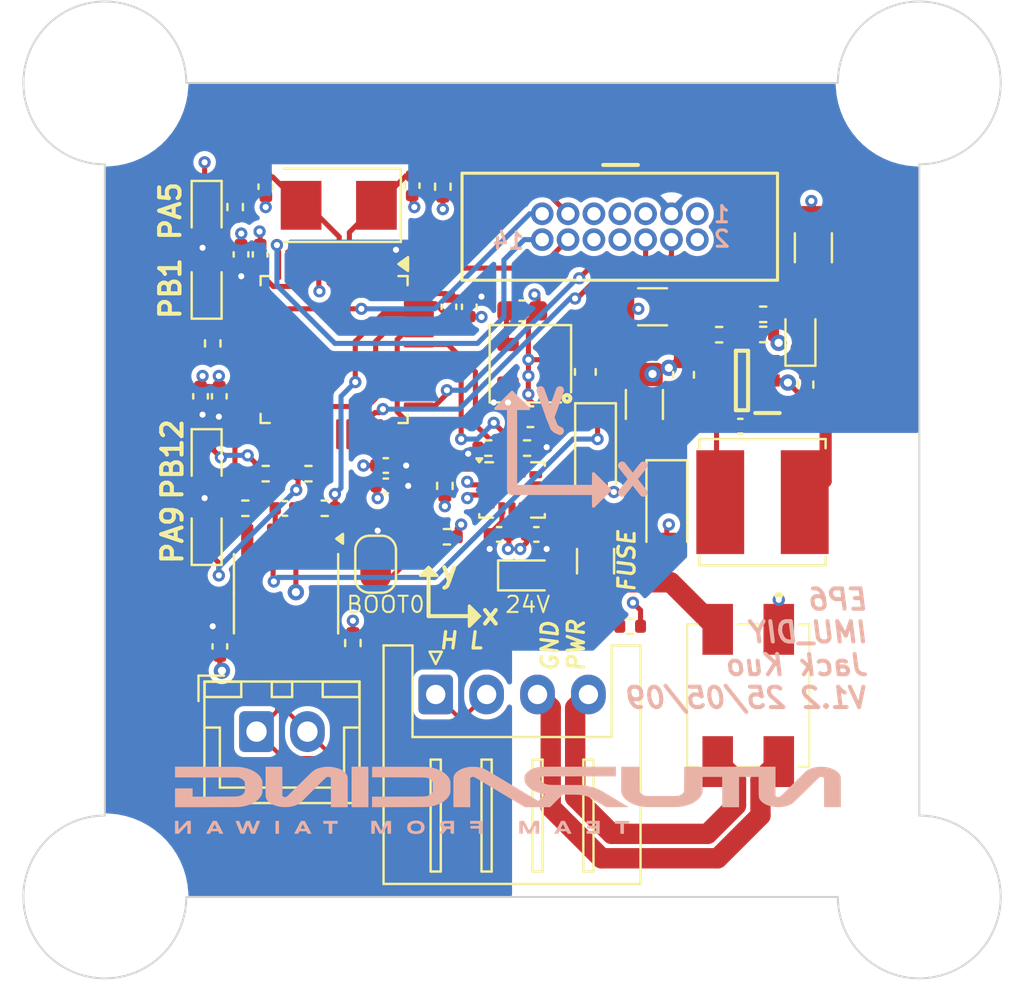
<source format=kicad_pcb>
(kicad_pcb (version 20240108) (generator "pcbnew") (generator_version "8.0")
  (title_block (title "IMU_DIY") (date "2025-05-09") (rev "1.2") (company "NTURacing") (comment 1 "郭哲明 Jack Kuo") (comment 2 "Electrical group"))
  (layers (0 "F.Cu" signal) (1 "In1.Cu" signal) (2 "In2.Cu" signal) (31 "B.Cu" signal) (34 "B.Paste" user) (35 "F.Paste" user) (36 "B.SilkS" user "B.Silkscreen") (37 "F.SilkS" user "F.Silkscreen") (38 "B.Mask" user) (39 "F.Mask" user) (44 "Edge.Cuts" user))
  (net 0 "")
  (net 1 "GND")
  (net 2 "+3V3")
  (net 3 "/OSC_IN")
  (net 4 "/OSC_OUT")
  (net 5 "Net-(D3-K)")
  (net 6 "/5V_3V3/5V_buck_sw")
  (net 7 "+24V")
  (net 8 "+24V_preCMfilter")
  (net 9 "Net-(IC1-EN)")
  (net 10 "+5V")
  (net 11 "/electrical1/CANH")
  (net 12 "/SWCLK")
  (net 13 "Net-(IC1-CB)")
  (net 14 "/USB_DN")
  (net 15 "/USB_DP")
  (net 16 "Net-(D2-K)")
  (net 17 "/CAN_TX")
  (net 18 "/CAN_RX")
  (net 28 "GNDPWR")
  (net 38 "/I2C1_SCL")
  (net 39 "/I2C1_SDA")
  (net 41 "/SWDIO")
  (net 43 "/BOOT0")
  (net 44 "/5V_3V3/5V_buck_FB")
  (net 45 "Net-(U11-STB)")
  (net 46 "/IMU/LSM6D_INT2")
  (net 47 "/IMU/LSM6D_INT1")
  (net 48 "Net-(U11-TXD)")
  (net 49 "Net-(U11-RXD)")
  (net 50 "/electrical1/CANL")
  (net 54 "/NRST")
  (net 55 "Net-(J3-Pin_11)")
  (net 56 "Net-(D16-K)")
  (net 59 "Net-(U3-BYP)")
  (net 62 "Net-(U4-SDO{slash}SA0)")
  (net 63 "/USART2_TX")
  (net 64 "/USART2_RX")
  (net 65 "Net-(D4-K)")
  (net 66 "Net-(U1-PB12)")
  (net 67 "Net-(D5-K)")
  (net 68 "Net-(U1-PA5)")
  (net 69 "Net-(U1-PB1)")
  (net 70 "Net-(D6-K)")
  (net 71 "Net-(U1-PA9)")
  (net 73 "/power/+24V_prefuse")
  (footprint "Capacitor_SMD:C_1206_3216Metric" (layer "F.Cu") (at 122.9 93 180)
    (property "Reference" "C15" (hide yes))
    (property "Value" "22u 25V")
  )
  (footprint "Resistor_SMD:R_0402_1005Metric" (layer "F.Cu") (at 116.7366 99.9426 180)
    (property "Reference" "R72" (hide yes))
    (property "Value" "3k3")
  )
  (footprint "Resistor_SMD:R_0402_1005Metric" (layer "F.Cu") (at 102.9 102.9)
    (property "Reference" "R77" (hide yes))
    (property "Value" "100R")
  )
  (footprint "Package_LGA:LGA-14_3x2.5mm_P0.5mm_LayoutBorder3x4y" (layer "F.Cu") (at 116 102)
    (property "Reference" "U4" (hide yes))
    (property "Value" "LSM6DSO32")
  )
  (footprint "Capacitor_SMD:C_0402_1005Metric" (layer "F.Cu") (at 112.9 93 -90)
    (property "Reference" "C6" (hide yes))
    (property "Value" "0u1")
  )
  (footprint "Capacitor_SMD:C_0402_1005Metric" (layer "F.Cu") (at 103.9072 87.099 -90)
    (property "Reference" "C10" (hide yes))
    (property "Value" "30p")
  )
  (footprint "Capacitor_SMD:C_0402_1005Metric" (layer "F.Cu") (at 100.7 97.4 90)
    (property "Reference" "C4" (hide yes))
    (property "Value" "10u 6V")
  )
  (footprint "Resistor_SMD:R_0402_1005Metric" (layer "F.Cu") (at 128.334 94.3602)
    (property "Reference" "R18" (hide yes))
    (property "Value" "2k")
  )
  (footprint "Capacitor_SMD:C_0402_1005Metric" (layer "F.Cu") (at 117.1938 104.1844)
    (property "Reference" "C89" (hide yes))
    (property "Value" "0u1")
  )
  (footprint "Resistor_SMD:R_0402_1005Metric" (layer "F.Cu") (at 108.1826 109.5238 90)
    (property "Reference" "R51" (hide yes))
    (property "Value" "10k")
  )
  (footprint "Connector_JST:JST_XH_B2B-XH-A_1x02_P2.50mm_Vertical" (layer "F.Cu") (at 103.45 113.875)
    (property "Reference" "J4" (hide yes))
    (property "Value" "CAN")
  )
  (footprint "Resistor_SMD:R_0402_1005Metric" (layer "F.Cu") (at 101.3 94.8 -90)
    (property "Reference" "R12" (hide yes))
    (property "Value" "1k")
  )
  (footprint "Connector_JST:JST_XH_S4B-XH-A_1x04_P2.50mm_Horizontal" (layer "F.Cu") (at 112.25 112.05)
    (property "Reference" "J2" (hide yes))
    (property "Value" "Conn_01x04")
  )
  (footprint "LED_SMD:LED_0603_1608Metric" (layer "F.Cu") (at 130.1628 94.411 90)
    (property "Reference" "D3" (hide yes))
    (property "Value" "RED 5V")
  )
  (footprint "Capacitor_SMD:C_0603_1608Metric" (layer "F.Cu") (at 116.9 98.4)
    (property "Reference" "C13" (hide yes))
    (property "Value" "1u")
  )
  (footprint "Capacitor_SMD:C_0402_1005Metric" (layer "F.Cu") (at 101.6488 109.6908 -90)
    (property "Reference" "C66" (hide yes))
    (property "Value" "0u1")
  )
  (footprint "Jumper:SolderJumper-2_P1.3mm_Open_RoundedPad1.0x1.5mm" (layer "F.Cu") (at 109.3 105.65 90)
    (property "Reference" "JP3" (hide yes))
    (property "Value" "boot0")
  )
  (footprint "PCM_Package_TO_SOT_SMD_AKL:SOT-23-5" (layer "F.Cu") (at 116.9 95.8 180)
    (property "Reference" "U3" (hide yes))
    (property "Value" "RT9193" (hide yes))
  )
  (footprint "Capacitor_SMD:C_1206_3216Metric" (layer "F.Cu") (at 122.5 97.8 90)
    (property "Reference" "C45" (hide yes))
    (property "Value" "10u 35V")
  )
  (footprint "Capacitor_SMD:C_0402_1005Metric" (layer "F.Cu") (at 113.9 93 -90)
    (property "Reference" "C2" (hide yes))
    (property "Value" "10u 6V")
  )
  (footprint "LED_SMD:LED_0603_1608Metric" (layer "F.Cu") (at 101 104.2 90)
    (property "Reference" "D6" (hide yes))
    (property "Value" "YELLOW LED")
  )
  (footprint "MountingHole:MountingHole_3.2mm_M3" (layer "F.Cu") (at 96 122)
    (property "Reference" "H1" (hide yes))
    (property "Value" "MountingHole")
  )
  (footprint "Capacitor_SMD:C_0402_1005Metric" (layer "F.Cu") (at 127.211 98.8662)
    (property "Reference" "C11" (hide yes))
    (property "Value" "0u1")
  )
  (footprint "Inductor_SMD:L_Bourns_SRN6045TA" (layer "F.Cu") (at 128.3 102.6)
    (property "Reference" "L5" (hide yes))
    (property "Value" "47u 1.6A (SRN6045TA-470M)")
  )
  (footprint "SamacSys_Parts_EP6:ACM70V7012PLTL00" (layer "F.Cu") (at 127.6 112.1 -90)
    (property "Reference" "FL1" (hide yes))
    (property "Value" "ACM70V-701-2PL-TL00" (hide yes))
  )
  (footprint "Capacitor_SMD:C_0402_1005Metric" (layer "F.Cu") (at 109.8 101.8 180)
    (property "Reference" "C3" (hide yes))
    (property "Value" "10u 6V")
  )
  (footprint "Capacitor_SMD:C_0603_1608Metric" (layer "F.Cu") (at 119.6 96.2 90)
    (property "Reference" "C12" (hide yes))
    (property "Value" "1u")
  )
  (footprint "MountingHole:MountingHole_3.2mm_M3" (layer "F.Cu") (at 136 122)
    (property "Reference" "H2" (hide yes))
    (property "Value" "MountingHole")
  )
  (footprint "Package_QFP:LQFP-48_7x7mm_P0.5mm" (layer "F.Cu") (at 107.26 95.1 -90)
    (property "Reference" "U1" (hide yes))
    (property "Value" "STM32F103C8Tx")
  )
  (footprint "Capacitor_SMD:C_0402_1005Metric" (layer "F.Cu") (at 102.688 90.4264 90)
    (property "Reference" "C5" (hide yes))
    (property "Value" "0u1")
  )
  (footprint "Resistor_SMD:R_0402_1005Metric" (layer "F.Cu") (at 106 101.2)
    (property "Reference" "R13" (hide yes))
    (property "Value" "1k")
  )
  (footprint "Capacitor_SMD:C_0603_1608Metric" (layer "F.Cu") (at 124.4224 96.3414 -90)
    (property "Reference" "C93" (hide yes))
    (property "Value" "0u1")
  )
  (footprint "Diode_SMD:D_SOD-123" (layer "F.Cu") (at 123.6 102.9 -90)
    (property "Reference" "D32" (hide yes))
    (property "Value" "27V MMSZ5254B-7-F")
  )
  (footprint "Resistor_SMD:R_0402_1005Metric" (layer "F.Cu") (at 126.1696 94.3704 180)
    (property "Reference" "R20" (hide yes))
    (property "Value" "10k")
  )
  (footprint "Resistor_SMD:R_0402_1005Metric" (layer "F.Cu") (at 106.8 102.9 180)
    (property "Reference" "R76" (hide yes))
    (property "Value" "100R")
  )
  (footprint "Resistor_SMD:R_0402_1005Metric" (layer "F.Cu") (at 128.334 93.3696 180)
    (property "Reference" "R11" (hide yes))
    (property "Value" "8k2")
  )
  (footprint "Resistor_SMD:R_0402_1005Metric" (layer "F.Cu") (at 114.8316 99.9426)
    (property "Reference" "R74" (hide yes))
    (property "Value" "3k3")
  )
  (footprint "SamacSys_Parts:SOT95P280X145-6N" (layer "F.Cu") (at 127.2926 96.6208 180)
    (property "Reference" "IC1" (hide yes))
    (property "Value" "LMR50410Y3FQDBVRQ1" (hide yes))
  )
  (footprint "Capacitor_SMD:C_1206_3216Metric" (layer "F.Cu") (at 130.8 90.1 90)
    (property "Reference" "C16" (hide yes))
    (property "Value" "22u 25V")
  )
  (footprint "MountingHole:MountingHole_3.2mm_M3" (layer "F.Cu") (at 96 82)
    (property "Reference" "H4" (hide yes))
    (property "Value" "MountingHole")
  )
  (footprint "Package_SO:SOIC-8_3.9x4.9mm_P1.27mm" (layer "F.Cu") (at 104.9 107.1 -90)
    (property "Reference" "U11" (hide yes))
    (property "Value" "TCAN1042VDRQ1")
  )
  (footprint "Resistor_SMD:R_0402_1005Metric" (layer "F.Cu") (at 102.4 88.1 -90)
    (property "Reference" "R7" (hide yes))
    (property "Value" "1k")
  )
  (footprint "Resistor_SMD:R_0402_1005Metric" (layer "F.Cu") (at 130.4168 96.824 -90)
    (property "Reference" "R19" (hide yes))
    (property "Value" "10k")
  )
  (footprint "Capacitor_SMD:C_0402_1005Metric" (layer "F.Cu") (at 101.6212 97.4 90)
    (property "Reference" "C8" (hide yes))
    (property "Value" "0u1")
  )
  (footprint "Capacitor_SMD:C_0402_1005Metric" (layer "F.Cu") (at 104.8492 102.909)
    (property "Reference" "C65" (hide yes))
    (property "Value" "0u1")
  )
  (footprint "LED_SMD:LED_0603_1608Metric" (layer "F.Cu") (at 101 88.3 -90)
    (property "Reference" "D16" (hide yes))
    (property "Value" "BLUE LED")
  )
  (footprint "Capacitor_SMD:C_0402_1005Metric" (layer "F.Cu") (at 103.6278 90.4238 90)
    (property "Reference" "C1" (hide yes))
    (property "Value" "10u 6V")
  )
  (footprint "LED_SMD:LED_0603_1608Metric" (layer "F.Cu") (at 101 100.5 -90)
    (property "Reference" "D4" (hide yes))
    (property "Value" "WHITE LED")
  )
  (footprint "Crystal:Crystal_SMD_5032-2Pin_5.0x3.2mm" (layer "F.Cu") (at 107.4886 88.0134 180)
    (property "Reference" "Y1" (hide yes))
    (property "Value" "8MHz X49SM8MSD2SC")
  )
  (footprint "MountingHole:MountingHole_3.2mm_M3" (layer "F.Cu") (at 136 82)
    (property "Reference" "H3" (hide yes))
    (property "Value" "MountingHole")
  )
  (footprint "Capacitor_SMD:C_0402_1005Metric" (layer "F.Cu") (at 111.0954 87.0482 -90)
    (property "Reference" "C9" (hide yes))
    (property "Value" "30p")
  )
  (footprint "Resistor_SMD:R_0402_1005Metric" (layer "F.Cu") (at 121.8 108.7)
    (property "Reference" "R17" (hide yes))
    (property "Value" "10k")
  )
  (footprint "nturt_kicad_lib_EP6:box_header_14P_pitch127" (layer "F.Cu") (at 125.1 88.43)
    (property "Reference" "J3" (hide yes))
    (property "Value" "STDC14")
  )
  (footprint "Diode_SMD:D_SOD-123" (layer "F.Cu") (at 120.1 100.1 -90)
    (property "Reference" "D1" (hide yes))
    (property "Value" "5.7V MMSZ5233B-7-F")
  )
  (footprint "Resistor_SMD:R_0402_1005Metric" (layer "F.Cu") (at 112.7 101.8 90)
    (property "Reference" "R6" (hide yes))
    (property "Value" "10k")
  )
  (footprint "Capacitor_SMD:C_0603_1608Metric" (layer "F.Cu") (at 116.5 93.2)
    (property "Reference" "C14" (hide yes))
    (property "Value" "22n")
  )
  (footprint "LED_SMD:LED_0603_1608Metric" (layer "F.Cu") (at 101 92.1 90)
    (property "Reference" "D5" (hide yes))
    (property "Value" "GREEN LED")
  )
  (footprint "Capacitor_SMD:C_0402_1005Metric" (layer "F.Cu") (at 109.8 100.8 180)
    (property "Reference" "C7" (hide yes))
    (property "Value" "0u1")
  )
  (footprint "LED_SMD:LED_0603_1608Metric" (layer "F.Cu") (at 116.8 106.2)
    (property "Reference" "D2" (hide yes))
    (property "Value" "RED 24V")
  )
  (footprint "Capacitor_SMD:C_0402_1005Metric" (layer "F.Cu") (at 115.365 104.1844 180)
    (property "Reference" "C90" (hide yes))
    (property "Value" "0u1")
  )
  (footprint "Resistor_SMD:R_0402_1005Metric" (layer "F.Cu") (at 112.6 87.1 90)
    (property "Reference" "R4" (hide yes))
    (property "Value" "100R")
  )
  (footprint "Resistor_SMD:R_0402_1005Metric" (layer "F.Cu") (at 103.9 101.2)
    (property "Reference" "R3" (hide yes))
    (property "Value" "1k")
  )
  (footprint "Resistor_SMD:R_0402_1005Metric" (layer "F.Cu") (at 112.8 104.3 180)
    (property "Reference" "R5" (hide yes))
    (property "Value" "10k")
  )
  (footprint "Fuse:Fuse_1206_3216Metric" (layer "F.Cu") (at 120.1 105.5 90)
    (property "Reference" "F1" (hide yes))
    (property "Value" "0.5A")
  )
  (gr_poly (pts (xy 111.265243 118.2471) (xy 111.247354 118.247596) (xy 111.21247 118.249871) (xy 111.179244 118.253391) (xy 111.163249 118.25562) (xy 111.147662 118.258162) (xy 111.132483 118.261018) (xy 111.117708 118.264188) (xy 111.103337 118.267674) (xy 111.089366 118.271475) (xy 111.075795 118.275593) (xy 111.062621 118.280029) (xy 111.049842 118.284782) (xy 111.037457 118.289853) (xy 111.025463 118.295244) (xy 111.013859 118.300954) (xy 111.002642 118.306985) (xy 110.991811 118.313337) (xy 110.981364 118.32001) (xy 110.971298 118.327006) (xy 110.961613 118.334325) (xy 110.952305 118.341967) (xy 110.943373 118.349934) (xy 110.934815 118.358225) (xy 110.926629 118.366843) (xy 110.918813 118.375786) (xy 110.911366 118.385056) (xy 110.904285 118.394654) (xy 110.897568 118.40458) (xy 110.891213 118.414834) (xy 110.885219 118.425419) (xy 110.879584 118.436333) (xy 110.872192 118.451694) (xy 110.869118 118.458707) (xy 110.866424 118.465464) (xy 110.864086 118.472108) (xy 110.862081 118.47878) (xy 110.860383 118.485622) (xy 110.858968 118.492777) (xy 110.857812 118.500387) (xy 110.856889 118.508593) (xy 110.856176 118.517539) (xy 110.855647 118.527366) (xy 110.855046 118.550231) (xy 110.854889 118.578326) (xy 110.855071 118.604705) (xy 110.855319 118.616242) (xy 110.855688 118.626805) (xy 110.856191 118.63649) (xy 110.856842 118.645391) (xy 110.857653 118.653606) (xy 110.858637 118.661228) (xy 110.859807 118.668355) (xy 110.861176 118.675081) (xy 110.862757 118.681502) (xy 110.864563 118.687714) (xy 110.866606 118.693813) (xy 110.8689 118.699893) (xy 110.871458 118.706051) (xy 110.874292 118.712381) (xy 110.886415 118.736091) (xy 110.900294 118.75827) (xy 110.915927 118.77892) (xy 110.933314 118.79804) (xy 110.952452 118.815631) (xy 110.97334 118.831692) (xy 110.995978 118.846223) (xy 111.020364 118.859225) (xy 111.046497 118.870697) (xy 111.074375 118.88064) (xy 111.103997 118.889053) (xy 111.135361 118.895936) (xy 111.168468 118.90129) (xy 111.203314 118.905114) (xy 111.239899 118.907408) (xy 111.278222 118.908173) (xy 111.302763 118.907861) (xy 111.326608 118.906925) (xy 111.349755 118.905369) (xy 111.372201 118.903193) (xy 111.393943 118.900401) (xy 111.414978 118.896993) (xy 111.435302 118.892974) (xy 111.454914 118.888343) (xy 111.473811 118.883104) (xy 111.491988 118.877259) (xy 111.509444 118.870809) (xy 111.526176 118.863757) (xy 111.542181 118.856105) (xy 111.557455 118.847855) (xy 111.571996 118.839009) (xy 111.585801 118.82957) (xy 111.598866 118.819538) (xy 111.611191 118.808917) (xy 111.62277 118.797709) (xy 111.633601 118.785915) (xy 111.643682 118.773538) (xy 111.65301 118.76058) (xy 111.661581 118.747042) (xy 111.669393 118.732928) (xy 111.676442 118.718238) (xy 111.682726 118.702976) (xy 111.688243 118.687143) (xy 111.692988 118.670742) (xy 111.69696 118.653774) (xy 111.700154 118.636242) (xy 111.70257 118.618147) (xy 111.704202 118.599492) (xy 111.704906 118.582063) (xy 111.7049 118.579207) (xy 111.529577 118.579207) (xy 111.529281 118.591265) (xy 111.528396 118.602964) (xy 111.526926 118.614299) (xy 111.524877 118.625268) (xy 111.522253 118.635868) (xy 111.519061 118.646095) (xy 111.515304 118.655946) (xy 111.510988 118.665418) (xy 111.506117 118.674507) (xy 111.500698 118.683211) (xy 111.494734 118.691525) (xy 111.488231 118.699448) (xy 111.481194 118.706976) (xy 111.473627 118.714105) (xy 111.465537 118.720832) (xy 111.456927 118.727154) (xy 111.447803 118.733068) (xy 111.43817 118.73857) (xy 111.428032 118.743658) (xy 111.417396 118.748327) (xy 111.406265 118.752576) (xy 111.394645 118.7564) (xy 111.369958 118.762762) (xy 111.343374 118.767388) (xy 111.314934 118.770252) (xy 111.284677 118.771328) (xy 111.252644 118.77059) (xy 111.22481 118.768314) (xy 111.211594 118.766708) (xy 111.198845 118.764788) (xy 111.186559 118.762553) (xy 111.174737 118.760001) (xy 111.163376 118.757131) (xy 111.152476 118.753943) (xy 111.142034 118.750434) (xy 111.132049 118.746603) (xy 111.12252 118.742449) (xy 111.113445 118.737971) (xy 111.104823 118.733168) (xy 111.096652 118.728037) (xy 111.088931 118.722579) (xy 111.081659 118.716791) (xy 111.074833 118.710672) (xy 111.068454 118.704221) (xy 111.062518 118.697437) (xy 111.057025 118.690319) (xy 111.051973 118.682864) (xy 111.047361 118.675073) (xy 111.043187 118.666942) (xy 111.03945 118.658472) (xy 111.036148 118.649661) (xy 111.03328 118.640508) (xy 111.030845 118.631011) (xy 111.028841 118.621169) (xy 111.027266 118.610981) (xy 111.02612 118.600445) (xy 111.0254 118.58956) (xy 111.025105 118.578326) (xy 111.025489 118.56345) (xy 111.026648 118.54924) (xy 111.027522 118.54238) (xy 111.028593 118.535679) (xy 111.029863 118.529136) (xy 111.031334 118.522749) (xy 111.033006 118.516516) (xy 111.03488 118.510435) (xy 111.036959 118.504503) (xy 111.039243 118.498718) (xy 111.041734 118.493079) (xy 111.044433 118.487583) (xy 111.047342 118.482228) (xy 111.05046 118.477012) (xy 111.053791 118.471934) (xy 111.057335 118.46699) (xy 111.061093 118.462178) (xy 111.065067 118.457498) (xy 111.069259 118.452946) (xy 111.073668 118.44852) (xy 111.078297 118.444219) (xy 111.083147 118.44004) (xy 111.088219 118.435981) (xy 111.093515 118.43204) (xy 111.099035 118.428215) (xy 111.104782 118.424504) (xy 111.116959 118.417415) (xy 111.130055 118.410756) (xy 111.142047 118.405725) (xy 111.155709 118.40122) (xy 111.17081 118.397253) (xy 111.18712 118.393834) (xy 111.204406 118.390973) (xy 111.222437 118.38868) (xy 111.240983 118.386966) (xy 111.259812 118.385841) (xy 111.278692 118.385316) (xy 111.297393 118.3854) (xy 111.315683 118.386105) (xy 111.33333 118.38744) (xy 111.350105 118.389415) (xy 111.365775 118.392042) (xy 111.380109 118.395331) (xy 111.392875 118.399291) (xy 111.409962 118.405991) (xy 111.425843 118.413207) (xy 111.440533 118.420958) (xy 111.454047 118.429263) (xy 111.466397 118.438142) (xy 111.472141 118.442802) (xy 111.477599 118.447613) (xy 111.482774 118.452578) (xy 111.487667 118.457698) (xy 111.49228 118.462975) (xy 111.496614 118.468413) (xy 111.500673 118.474014) (xy 111.504456 118.47978) (xy 111.507967 118.485714) (xy 111.511206 118.491818) (xy 111.514176 118.498094) (xy 111.516879 118.504545) (xy 111.519316 118.511173) (xy 111.521488 118.517981) (xy 111.523399 118.524972) (xy 111.525049 118.532146) (xy 111.527574 118.54706) (xy 111.529079 118.56274) (xy 111.529577 118.579207) (xy 111.7049 118.579207) (xy 111.70487 118.565001) (xy 111.704102 118.548312) (xy 111.702605 118.532003) (xy 111.700385 118.516078) (xy 111.697448 118.500545) (xy 111.693799 118.485408) (xy 111.689443 118.470673) (xy 111.684385 118.456347) (xy 111.678631 118.442435) (xy 111.672187 118.428942) (xy 111.665057 118.415875) (xy 111.657246 118.40324) (xy 111.648761 118.391042) (xy 111.639606 118.379288) (xy 111.629787 118.367982) (xy 111.61931 118.357131) (xy 111.608178 118.34674) (xy 111.596399 118.336816) (xy 111.583976 118.327364) (xy 111.570916 118.31839) (xy 111.557224 118.3099) (xy 111.542905 118.301899) (xy 111.527964 118.294394) (xy 111.512408 118.287391) (xy 111.49624 118.280894) (xy 111.479466 118.27491) (xy 111.462093 118.269445) (xy 111.444124 118.264504) (xy 111.425566 118.260094) (xy 111.386702 118.252888) (xy 111.373733 118.251069) (xy 111.358356 118.249581) (xy 111.341139 118.248423) (xy 111.322651 118.247596) (xy 111.30346 118.2471) (xy 111.284134 118.246935)) (stroke (width -0.000001)) (fill solid) (layer "B.SilkS"))
  (gr_poly (pts (xy 113.937285 118.401937) (xy 114.369438 118.401937) (xy 114.369438 118.50777) (xy 113.95757 118.50777) (xy 113.955804 118.573916) (xy 113.95404 118.640062) (xy 114.369438 118.640062) (xy 114.369438 118.896707) (xy 114.454986 118.894062) (xy 114.541417 118.891416) (xy 114.544063 118.587145) (xy 114.544393 118.468) (xy 114.544062 118.368864) (xy 114.54307 118.300155) (xy 114.542326 118.280466) (xy 114.541892 118.274858) (xy 114.541417 118.272291) (xy 114.540122 118.270709) (xy 114.537133 118.269266) (xy 114.5255 118.266779) (xy 114.505372 118.264787) (xy 114.475601 118.263251) (xy 114.43504 118.262128) (xy 114.382542 118.261377) (xy 114.237146 118.260826) (xy 113.937285 118.260826)) (stroke (width -0.000001)) (fill solid) (layer "B.SilkS"))
  (gr_poly (pts (xy 99.446937 116.126521) (xy 101.000923 116.128284) (xy 102.555794 116.13093) (xy 102.613118 116.151215) (xy 102.636965 116.160261) (xy 102.65957 116.16955) (xy 102.680954 116.179097) (xy 102.701134 116.188918) (xy 102.720131 116.199028) (xy 102.737964 116.209444) (xy 102.754652 116.22018) (xy 102.770215 116.231251) (xy 102.784672 116.242674) (xy 102.798043 116.254464) (xy 102.810346 116.266637) (xy 102.821602 116.279207) (xy 102.831829 116.292191) (xy 102.841048 116.305603) (xy 102.849276 116.31946) (xy 102.856535 116.333777) (xy 102.863269 116.348574) (xy 102.866021 116.355671) (xy 102.8684 116.363019) (xy 102.870433 116.370956) (xy 102.872147 116.379821) (xy 102.873569 116.389952) (xy 102.874726 116.401687) (xy 102.876353 116.431325) (xy 102.877247 116.471443) (xy 102.877702 116.593951) (xy 102.877594 116.660431) (xy 102.877429 116.688143) (xy 102.877165 116.712545) (xy 102.876782 116.733919) (xy 102.87626 116.752546) (xy 102.875581 116.768708) (xy 102.874726 116.782687) (xy 102.873673 116.794764) (xy 102.872405 116.805222) (xy 102.870902 116.81434) (xy 102.869144 116.822402) (xy 102.867113 116.829689) (xy 102.864788 116.836482) (xy 102.862151 116.843064) (xy 102.859181 116.849715) (xy 102.848278 116.871093) (xy 102.835131 116.891547) (xy 102.819807 116.911043) (xy 102.802378 116.929545) (xy 102.782913 116.947018) (xy 102.761481 116.963429) (xy 102.738153 116.978741) (xy 102.712998 116.992921) (xy 102.686087 117.005932) (xy 102.657488 117.017741) (xy 102.627271 117.028312) (xy 102.595507 117.03761) (xy 102.562265 117.045602) (xy 102.527615 117.05225) (xy 102.491626 117.057522) (xy 102.454368 117.061382) (xy 102.335375 117.06462) (xy 102.085826 117.067445) (xy 101.331654 117.070201) (xy 100.311244 117.070201) (xy 100.311244 116.664507) (xy 99.446937 116.664507) (xy 99.446937 117.590548) (xy 100.961238 117.589666) (xy 102.059699 117.586579) (xy 102.416032 117.583961) (xy 102.573433 117.580847) (xy 102.617071 117.576792) (xy 102.66011 117.57189) (xy 102.702695 117.566119) (xy 102.744969 117.55946) (xy 102.787078 117.551891) (xy 102.829166 117.543392) (xy 102.871378 117.533942) (xy 102.913859 117.52352) (xy 102.988644 117.503176) (xy 103.060774 117.480243) (xy 103.130116 117.454819) (xy 103.196537 117.427003) (xy 103.259904 117.396892) (xy 103.320083 117.364584) (xy 103.376943 117.330179) (xy 103.430349 117.293774) (xy 103.480169 117.255467) (xy 103.52627 117.215357) (xy 103.547884 117.194656) (xy 103.568518 117.173541) (xy 103.588156 117.152024) (xy 103.60678 117.130118) (xy 103.624376 117.107835) (xy 103.640924 117.085186) (xy 103.65641 117.062185) (xy 103.670817 117.038844) (xy 103.684127 117.015174) (xy 103.696324 116.991189) (xy 103.707392 116.9669) (xy 103.717314 116.942319) (xy 103.723756 116.924384) (xy 103.728668 116.90649) (xy 103.732258 116.884958) (xy 103.734731 116.856109) (xy 103.736296 116.816263) (xy 103.737158 116.761741) (xy 103.737599 116.593951) (xy 103.737523 116.499039) (xy 103.737158 116.426161) (xy 103.736802 116.396836) (xy 103.736296 116.371639) (xy 103.735614 116.350111) (xy 103.734731 116.331793) (xy 103.733621 116.316224) (xy 103.732258 116.302944) (xy 103.731473 116.297019) (xy 103.730615 116.291493) (xy 103.729681 116.28631) (xy 103.728668 116.281412) (xy 103.72639 116.27224) (xy 103.723756 116.263518) (xy 103.720739 116.254786) (xy 103.717314 116.245583) (xy 103.689536 116.183096) (xy 103.65438 116.122757) (xy 103.612178 116.064751) (xy 103.563262 116.009263) (xy 103.507964 115.956478) (xy 103.446617 115.90658) (xy 103.379551 115.859755) (xy 103.307099 115.816186) (xy 103.229593 115.776059) (xy 103.147366 115.739559) (xy 103.060748 115.706869) (xy 102.970073 115.678176) (xy 102.875672 115.653663) (xy 102.777876 115.633515) (xy 102.67702 115.617918) (xy 102.573433 115.607055) (xy 102.064881 115.601653) (xy 100.965648 115.598236) (xy 99.446937 115.597354)) (stroke (width -0.000001)) (fill solid) (layer "B.SilkS"))
  (gr_poly (pts (xy 99.827055 118.477784) (xy 99.614509 118.694742) (xy 99.614509 118.260826) (xy 99.446937 118.260826) (xy 99.446937 118.895826) (xy 99.630385 118.895826) (xy 99.84293 118.677103) (xy 100.055479 118.459263) (xy 100.055479 118.895826) (xy 100.223051 118.895826) (xy 100.223051 118.260826) (xy 100.039604 118.260826)) (stroke (width -0.000001)) (fill solid) (layer "B.SilkS"))
  (gr_poly (pts (xy 120 102.8) (xy 120.8 102) (xy 120 101.2)) (stroke (width 0.15)) (fill solid) (layer "B.SilkS"))
  (gr_poly (pts (xy 108.116453 115.598236) (xy 108.116453 117.590548) (xy 108.945479 117.590548) (xy 108.945479 116.600124) (xy 108.94501 116.214825) (xy 108.943715 115.898317) (xy 108.941759 115.683343) (xy 108.940585 115.624164) (xy 108.939308 115.602646) (xy 108.929707 115.601659) (xy 108.904676 115.600703) (xy 108.815062 115.599008) (xy 108.683942 115.597809) (xy 108.524794 115.597354)) (stroke (width -0.000001)) (fill solid) (layer "B.SilkS"))
  (gr_poly (pts (xy 118.490849 118.260867) (xy 118.480184 118.260991) (xy 118.470227 118.261198) (xy 118.460971 118.261487) (xy 118.452407 118.261859) (xy 118.444527 118.262314) (xy 118.437325 118.262852) (xy 118.430792 118.263472) (xy 118.42492 118.264174) (xy 118.419702 118.26496) (xy 118.41513 118.265828) (xy 118.411196 118.266779) (xy 118.407893 118.267812) (xy 118.406475 118.26836) (xy 118.405212 118.268929) (xy 118.404103 118.269518) (xy 118.403146 118.270127) (xy 118.402341 118.270758) (xy 118.401687 118.271409) (xy 118.389946 118.29219) (xy 118.363984 118.340421) (xy 118.327769 118.408827) (xy 118.285271 118.490131) (xy 118.193768 118.665638) (xy 118.153805 118.741651) (xy 118.124756 118.796166) (xy 118.072722 118.895826) (xy 118.266749 118.895826) (xy 118.296736 118.835854) (xy 118.326721 118.776763) (xy 118.499582 118.774117) (xy 118.673326 118.772353) (xy 118.704194 118.834089) (xy 118.735063 118.895826) (xy 118.827667 118.895826) (xy 118.844972 118.895777) (xy 118.860237 118.895603) (xy 118.873547 118.895262) (xy 118.879498 118.895015) (xy 118.884993 118.894709) (xy 118.890043 118.894341) (xy 118.894661 118.893904) (xy 118.898855 118.893393) (xy 118.902638 118.892802) (xy 118.906021 118.892128) (xy 118.909014 118.891363) (xy 118.911629 118.890502) (xy 118.913876 118.889542) (xy 118.915767 118.888475) (xy 118.917312 118.887297) (xy 118.917958 118.886665) (xy 118.918522 118.886002) (xy 118.919006 118.88531) (xy 118.919409 118.884586) (xy 118.919735 118.88383) (xy 118.919983 118.883042) (xy 118.920256 118.881366) (xy 118.920237 118.879552) (xy 118.91994 118.877594) (xy 118.919373 118.875488) (xy 118.918548 118.873228) (xy 118.917477 118.870809) (xy 118.91617 118.868225) (xy 118.914639 118.865472) (xy 118.912893 118.862543) (xy 118.908804 118.856138) (xy 118.892916 118.828095) (xy 118.859085 118.764747) (xy 118.798568 118.648881) (xy 118.61159 118.648881) (xy 118.501347 118.648881) (xy 118.479138 118.6488) (xy 118.458448 118.648564) (xy 118.439723 118.648184) (xy 118.423405 118.647669) (xy 118.40994 118.647029) (xy 118.399772 118.646277) (xy 118.396063 118.645861) (xy 118.393345 118.645421) (xy 118.391673 118.644957) (xy 118.391247 118.644717) (xy 118.391104 118.644471) (xy 118.392184 118.641362) (xy 118.395279 118.634315) (xy 118.406648 118.610186) (xy 118.423473 118.575638) (xy 118.44402 118.534229) (xy 118.464732 118.493135) (xy 118.473925 118.475162) (xy 118.482054 118.459484) (xy 118.488901 118.446534) (xy 118.49425 118.436746) (xy 118.497882 118.430555) (xy 118.498987 118.428944) (xy 118.49935 118.428534) (xy 118.499582 118.428395) (xy 118.501033 118.430636) (xy 118.504571 118.437063) (xy 118.517001 118.460696) (xy 118.556909 118.538638) (xy 118.61159 118.648881) (xy 118.798568 118.648881) (xy 118.75711 118.569506) (xy 118.702416 118.463411) (xy 118.655577 118.373604) (xy 118.606299 118.280228) (xy 118.604035 118.277104) (xy 118.601791 118.274331) (xy 118.59944 118.271888) (xy 118.596859 118.269755) (xy 118.593921 118.267912) (xy 118.590501 118.266338) (xy 118.586474 118.265012) (xy 118.581714 118.263913) (xy 118.576097 118.26302) (xy 118.569496 118.262314) (xy 118.561787 118.261773) (xy 118.552844 118.261377) (xy 118.530756 118.260936) (xy 118.502229 118.260826)) (stroke (width -0.000001)) (fill solid) (layer "B.SilkS"))
  (gr_poly (pts (xy 109.126277 115.601764) (xy 109.126277 116.122111) (xy 110.424499 116.123875) (xy 110.895859 116.124751) (xy 111.084744 116.125252) (xy 111.245768 116.125928) (xy 111.381436 116.126877) (xy 111.494248 116.1282) (xy 111.586707 116.129996) (xy 111.626086 116.131102) (xy 111.661316 116.132363) (xy 111.692709 116.133793) (xy 111.720577 116.135403) (xy 111.745234 116.137206) (xy 111.766993 116.139214) (xy 111.786166 116.14144) (xy 111.803065 116.143896) (xy 111.818005 116.146594) (xy 111.831298 116.149547) (xy 111.843255 116.152768) (xy 111.854192 116.156269) (xy 111.864419 116.160062) (xy 111.87425 116.16416) (xy 111.893975 116.173319) (xy 111.915869 116.183847) (xy 111.93143 116.191398) (xy 111.946062 116.198862) (xy 111.959804 116.206278) (xy 111.972699 116.213681) (xy 111.984788 116.221111) (xy 111.996112 116.228604) (xy 112.006712 116.236198) (xy 112.016631 116.243929) (xy 112.025908 116.251837) (xy 112.034586 116.259958) (xy 112.042706 116.268329) (xy 112.05031 116.276989) (xy 112.057438 116.285974) (xy 112.064131 116.295322) (xy 112.070433 116.30507) (xy 112.076382 116.315257) (xy 112.102841 116.360236) (xy 112.102841 116.592187) (xy 112.102739 116.660674) (xy 112.102359 116.71526) (xy 112.102028 116.737931) (xy 112.101585 116.757836) (xy 112.101016 116.775211) (xy 112.100305 116.790294) (xy 112.09944 116.803319) (xy 112.098405 116.814525) (xy 112.097187 116.824146) (xy 112.095772 116.83242) (xy 112.094144 116.839583) (xy 112.09229 116.845872) (xy 112.090196 116.851522) (xy 112.087848 116.85677) (xy 112.082653 116.866689) (xy 112.076675 116.876585) (xy 112.069938 116.886437) (xy 112.062464 116.896224) (xy 112.054277 116.905922) (xy 112.0454 116.915511) (xy 112.035857 116.924968) (xy 112.02567 116.934271) (xy 112.014863 116.943399) (xy 112.003459 116.952329) (xy 111.991482 116.961039) (xy 111.978954 116.969508) (xy 111.965899 116.977713) (xy 111.952341 116.985633) (xy 111.938302 116.993245) (xy 111.923805 117.000528) (xy 111.877939 117.023014) (xy 111.834025 117.039526) (xy 111.770868 117.051036) (xy 111.667269 117.058515) (xy 111.50203 117.062935) (xy 111.253954 117.065268) (xy 110.424499 117.067555) (xy 109.121867 117.071083) (xy 109.121867 117.59143) (xy 110.468597 117.587902) (xy 111.181539 117.585766) (xy 111.42302 117.584414) (xy 111.602117 117.582721) (xy 111.729537 117.580573) (xy 111.815989 117.577856) (xy 111.847197 117.57625) (xy 111.872178 117.574458) (xy 111.892271 117.572467) (xy 111.908813 117.570263) (xy 111.982058 117.558017) (xy 112.052954 117.544101) (xy 112.121492 117.528522) (xy 112.187659 117.511283) (xy 112.251444 117.492391) (xy 112.312835 117.471851) (xy 112.37182 117.449667) (xy 112.428388 117.425845) (xy 112.482527 117.40039) (xy 112.534226 117.373307) (xy 112.583473 117.344602) (xy 112.630256 117.314279) (xy 112.674564 117.282344) (xy 112.716385 117.248802) (xy 112.755708 117.213657) (xy 112.79252 117.176916) (xy 112.807557 117.160705) (xy 112.821617 117.145084) (xy 112.834758 117.129958) (xy 112.847035 117.115235) (xy 112.858506 117.100823) (xy 112.869228 117.086627) (xy 112.879258 117.072556) (xy 112.888652 117.058515) (xy 112.897467 117.044413) (xy 112.905761 117.030155) (xy 112.913589 117.01565) (xy 112.921009 117.000803) (xy 112.928077 116.985522) (xy 112.934851 116.969714) (xy 112.941388 116.953287) (xy 112.947743 116.936145) (xy 112.971556 116.871764) (xy 112.971556 116.316139) (xy 112.947743 116.251757) (xy 112.942323 116.23757) (xy 112.936127 116.222432) (xy 112.929373 116.206798) (xy 112.922277 116.191123) (xy 112.915058 116.175861) (xy 112.907932 116.161467) (xy 112.901116 116.148397) (xy 112.894827 116.137104) (xy 112.885778 116.122649) (xy 112.874651 116.106878) (xy 112.86166 116.090004) (xy 112.847022 116.072239) (xy 112.830953 116.053798) (xy 112.813669 116.034893) (xy 112.795384 116.015737) (xy 112.776315 115.996544) (xy 112.756678 115.977526) (xy 112.736688 115.958898) (xy 112.716561 115.940871) (xy 112.696513 115.923659) (xy 112.67676 115.907476) (xy 112.657517 115.892535) (xy 112.639 115.879048) (xy 112.621425 115.867229) (xy 112.577688 115.839986) (xy 112.532481 115.814152) (xy 112.485818 115.789732) (xy 112.437718 115.766729) (xy 112.388196 115.745147) (xy 112.337271 115.724989) (xy 112.284957 115.706261) (xy 112.231273 115.688966) (xy 112.176236 115.673107) (xy 112.119861 115.658689) (xy 112.062165 115.645715) (xy 112.003166 115.634189) (xy 111.942881 115.624115) (xy 111.881326 115.615497) (xy 111.818517 115.60834) (xy 111.754472 115.602646) (xy 110.422737 115.600882)) (stroke (width -0.000001)) (fill solid) (layer "B.SilkS"))
  (gr_poly (pts (xy 101.13939 118.570388) (xy 101.023855 118.791315) (xy 100.988082 118.860355) (xy 100.978153 118.879961) (xy 100.974467 118.887888) (xy 100.974428 118.888299) (xy 100.974635 118.888704) (xy 100.975769 118.889495) (xy 100.977823 118.890258) (xy 100.980751 118.890988) (xy 100.989039 118.892337) (xy 101.000263 118.89351) (xy 101.01405 118.894477) (xy 101.030028 118.895205) (xy 101.047825 118.895665) (xy 101.06707 118.895826) (xy 101.1632 118.895826) (xy 101.19319 118.834089) (xy 101.223173 118.772353) (xy 101.571541 118.772353) (xy 101.600645 118.831444) (xy 101.62975 118.891416) (xy 101.724119 118.894062) (xy 101.743405 118.894308) (xy 101.761327 118.894379) (xy 101.777511 118.894263) (xy 101.791588 118.893952) (xy 101.803183 118.893433) (xy 101.807935 118.893093) (xy 101.811927 118.892698) (xy 101.815112 118.892245) (xy 101.817446 118.891735) (xy 101.818278 118.891457) (xy 101.818879 118.891165) (xy 101.819245 118.890857) (xy 101.819368 118.890534) (xy 101.807144 118.865219) (xy 101.773837 118.799804) (xy 101.692183 118.642156) (xy 101.500127 118.642156) (xy 101.499866 118.642486) (xy 101.498524 118.643141) (xy 101.496132 118.643787) (xy 101.492746 118.644416) (xy 101.483207 118.645608) (xy 101.470339 118.646676) (xy 101.454578 118.647579) (xy 101.436357 118.648275) (xy 101.416111 118.648723) (xy 101.394273 118.648881) (xy 101.28491 118.648881) (xy 101.33871 118.538638) (xy 101.349421 118.516682) (xy 101.359573 118.496112) (xy 101.36894 118.477402) (xy 101.377294 118.461027) (xy 101.384408 118.447464) (xy 101.390055 118.437187) (xy 101.392257 118.43343) (xy 101.394007 118.430672) (xy 101.395277 118.428974) (xy 101.395722 118.428541) (xy 101.396037 118.428395) (xy 101.397632 118.430395) (xy 101.400942 118.436083) (xy 101.4118 118.456659) (xy 101.444101 118.52155) (xy 101.478387 118.593222) (xy 101.491727 118.622273) (xy 101.500105 118.641826) (xy 101.500127 118.642156) (xy 101.692183 118.642156) (xy 101.664146 118.588027) (xy 101.500105 118.275819) (xy 101.49883 118.27347) (xy 101.497263 118.271376) (xy 101.495318 118.269523) (xy 101.492912 118.267895) (xy 101.489957 118.266479) (xy 101.486369 118.265261) (xy 101.482063 118.264227) (xy 101.476954 118.263361) (xy 101.470955 118.262651) (xy 101.463983 118.262082) (xy 101.446774 118.261308) (xy 101.424646 118.260927) (xy 101.396916 118.260826) (xy 101.300786 118.260826)) (stroke (width -0.000001)) (fill solid) (layer "B.SilkS"))
  (gr_poly (pts (xy 106.731801 118.401937) (xy 106.996382 118.401937) (xy 106.996382 118.896707) (xy 107.081932 118.894062) (xy 107.168361 118.891416) (xy 107.171007 118.646235) (xy 107.172771 118.401937) (xy 107.437355 118.401937) (xy 107.437355 118.260826) (xy 106.731801 118.260826)) (stroke (width -0.000001)) (fill solid) (layer "B.SilkS"))
  (gr_line (start 116 102) (end 120 102) (stroke (width 0.5)) (layer "B.SilkS"))
  (gr_poly (pts (xy 109.93943 118.26259) (xy 109.823015 118.265235) (xy 109.699544 118.496305) (xy 109.651284 118.586497) (xy 109.611127 118.660236) (xy 109.59538 118.688584) (xy 109.583208 118.709997) (xy 109.575129 118.723535) (xy 109.572786 118.727056) (xy 109.57166 118.728256) (xy 109.568469 118.724015) (xy 109.561186 118.711858) (xy 109.536161 118.667182) (xy 109.500222 118.601008) (xy 109.457008 118.520118) (xy 109.374545 118.365557) (xy 109.331773 118.286402) (xy 109.315895 118.260826) (xy 109.086592 118.260826) (xy 109.086592 118.896707) (xy 109.172139 118.894062) (xy 109.258571 118.891416) (xy 109.260335 118.685041) (xy 109.261148 118.605018) (xy 109.262209 118.538969) (xy 109.262806 118.51338) (xy 109.263435 118.493921) (xy 109.264085 118.481468) (xy 109.264414 118.478145) (xy 109.264744 118.476902) (xy 109.265634 118.47766) (xy 109.267605 118.480523) (xy 109.274568 118.492143) (xy 109.299028 118.535992) (xy 109.334568 118.601669) (xy 109.377632 118.682395) (xy 109.487877 118.891416) (xy 109.655446 118.891416) (xy 109.767451 118.679749) (xy 109.784416 118.648079) (xy 109.79965 118.619782) (xy 109.81324 118.594718) (xy 109.825274 118.572745) (xy 109.835841 118.553722) (xy 109.845029 118.53751) (xy 109.849132 118.530413) (xy 109.852924 118.523966) (xy 109.856415 118.518152) (xy 109.859615 118.512951) (xy 109.862537 118.508348) (xy 109.86519 118.504324) (xy 109.867586 118.500861) (xy 109.869737 118.497943) (xy 109.871652 118.495551) (xy 109.873343 118.493668) (xy 109.874821 118.492276) (xy 109.875483 118.491759) (xy 109.876096 118.491357) (xy 109.876662 118.49107) (xy 109.877181 118.490895) (xy 109.877655 118.49083) (xy 109.878085 118.490872) (xy 109.878473 118.491019) (xy 109.87882 118.491269) (xy 109.879127 118.491619) (xy 109.879396 118.492069) (xy 109.879629 118.492615) (xy 109.879826 118.493255) (xy 109.880119 118.494809) (xy 109.880287 118.496713) (xy 109.88034 118.498951) (xy 109.881001 118.573696) (xy 109.882986 118.710617) (xy 109.88475 118.891416) (xy 109.970299 118.894062) (xy 110.056729 118.896707) (xy 110.056729 118.259944)) (stroke (width -0.000001)) (fill solid) (layer "B.SilkS"))
  (gr_poly (pts (xy 105.723738 118.26259) (xy 105.628486 118.265235) (xy 105.542055 118.428395) (xy 105.440344 118.622905) (xy 105.365338 118.767392) (xy 105.318939 118.858136) (xy 105.307062 118.882192) (xy 105.30305 118.891416) (xy 105.303538 118.891891) (xy 105.304971 118.892325) (xy 105.310478 118.89307) (xy 105.319189 118.893648) (xy 105.330721 118.894062) (xy 105.360721 118.894393) (xy 105.397416 118.894062) (xy 105.492668 118.891416) (xy 105.523536 118.832325) (xy 105.554405 118.772353) (xy 105.899241 118.772353) (xy 105.929231 118.834089) (xy 105.959215 118.895826) (xy 106.151478 118.895826) (xy 106.05182 118.703562) (xy 106.021585 118.645047) (xy 105.829663 118.645047) (xy 105.82957 118.645353) (xy 105.82869 118.645819) (xy 105.82675 118.646225) (xy 105.81991 118.646869) (xy 105.809493 118.647307) (xy 105.795946 118.647559) (xy 105.761233 118.647586) (xy 105.719328 118.647117) (xy 105.613493 118.644471) (xy 105.669057 118.534229) (xy 105.723738 118.423985) (xy 105.778416 118.533347) (xy 105.789296 118.555306) (xy 105.799308 118.5759) (xy 105.808244 118.594676) (xy 105.815899 118.611178) (xy 105.822066 118.624952) (xy 105.826538 118.635542) (xy 105.828074 118.639501) (xy 105.829108 118.642494) (xy 105.829615 118.644463) (xy 105.829663 118.645047) (xy 106.021585 118.645047) (xy 105.966602 118.538638) (xy 105.928168 118.465189) (xy 105.899241 118.410756) (xy 105.877125 118.36947) (xy 105.857241 118.331822) (xy 105.841821 118.302112) (xy 105.836483 118.291577) (xy 105.833098 118.284638) (xy 105.819868 118.259944)) (stroke (width -0.000001)) (fill solid) (layer "B.SilkS"))
  (gr_poly (pts (xy 116.8 98) (xy 116 97.2) (xy 115.2 98)) (stroke (width 0.15)) (fill solid) (layer "B.SilkS"))
  (gr_poly (pts (xy 119.661104 118.401937) (xy 120.11795 118.401937) (xy 120.121478 118.450444) (xy 120.124124 118.498951) (xy 119.687562 118.498951) (xy 119.687562 118.640062) (xy 120.119714 118.640062) (xy 120.119714 118.688569) (xy 120.119754 118.69837) (xy 120.119866 118.707778) (xy 120.12004 118.716567) (xy 120.120265 118.724508) (xy 120.120532 118.731374) (xy 120.12083 118.736938) (xy 120.121149 118.740972) (xy 120.121313 118.742344) (xy 120.121478 118.743249) (xy 120.120589 118.744076) (xy 120.117338 118.744899) (xy 120.104226 118.746529) (xy 120.083094 118.748117) (xy 120.054892 118.749643) (xy 119.981084 118.752427) (xy 119.89041 118.754715) (xy 119.656694 118.759124) (xy 119.656694 118.891416) (xy 119.980368 118.894062) (xy 120.304924 118.895826) (xy 120.304924 118.260826) (xy 119.661104 118.260826)) (stroke (width -0.000001)) (fill solid) (layer "B.SilkS"))
  (gr_poly (pts (xy 112.823904 118.26117) (xy 112.786724 118.261663) (xy 112.753536 118.262424) (xy 112.724001 118.263496) (xy 112.697782 118.264919) (xy 112.674543 118.266734) (xy 112.653945 118.268984) (xy 112.635652 118.271709) (xy 112.627265 118.273263) (xy 112.619327 118.274951) (xy 112.611797 118.276778) (xy 112.604632 118.278751) (xy 112.597791 118.280873) (xy 112.59123 118.28315) (xy 112.584909 118.285587) (xy 112.578785 118.28819) (xy 112.566958 118.293912) (xy 112.555413 118.300358) (xy 112.543812 118.307568) (xy 112.533439 118.315361) (xy 112.523833 118.324145) (xy 112.515014 118.333856) (xy 112.507005 118.344431) (xy 112.499828 118.355807) (xy 112.493505 118.367922) (xy 112.488058 118.38071) (xy 112.483509 118.39411) (xy 112.47988 118.408057) (xy 112.477193 118.422489) (xy 112.475469 118.437341) (xy 112.474731 118.452552) (xy 112.475001 118.468058) (xy 112.476301 118.483794) (xy 112.478652 118.499699) (xy 112.482077 118.515708) (xy 112.48361 118.521832) (xy 112.485248 118.527657) (xy 112.487012 118.533216) (xy 112.488925 118.538542) (xy 112.491008 118.543666) (xy 112.493284 118.54862) (xy 112.495775 118.553438) (xy 112.498502 118.558151) (xy 112.501487 118.562792) (xy 112.504753 118.567393) (xy 112.508321 118.571986) (xy 112.512213 118.576603) (xy 112.516452 118.581278) (xy 112.521059 118.586041) (xy 112.526056 118.590926) (xy 112.531465 118.595964) (xy 112.53933 118.603051) (xy 112.546927 118.609662) (xy 112.554069 118.615653) (xy 112.557411 118.618371) (xy 112.56057 118.62088) (xy 112.563522 118.623161) (xy 112.566244 118.625196) (xy 112.568713 118.626968) (xy 112.570905 118.628459) (xy 112.572798 118.62965) (xy 112.574367 118.630522) (xy 112.575591 118.631059) (xy 112.576065 118.631196) (xy 112.576445 118.631242) (xy 112.577312 118.631283) (xy 112.578255 118.631403) (xy 112.579268 118.631597) (xy 112.580344 118.631863) (xy 112.581478 118.632195) (xy 112.582661 118.632591) (xy 112.583889 118.633047) (xy 112.585153 118.633558) (xy 112.586449 118.63412) (xy 112.58777 118.634731) (xy 112.589108 118.635385) (xy 112.590458 118.636079) (xy 112.593168 118.637573) (xy 112.595846 118.63918) (xy 112.597318 118.640616) (xy 112.598066 118.642647) (xy 112.598049 118.645333) (xy 112.597225 118.64873) (xy 112.595555 118.652897) (xy 112.592995 118.657892) (xy 112.589505 118.663773) (xy 112.585044 118.670599) (xy 112.573041 118.687316) (xy 112.556656 118.708509) (xy 112.535558 118.734642) (xy 112.509416 118.76618) (xy 112.471424 118.813143) (xy 112.440295 118.852169) (xy 112.428311 118.867466) (xy 112.419252 118.879289) (xy 112.413522 118.887144) (xy 112.41203 118.889428) (xy 112.411522 118.890534) (xy 112.41202 118.89103) (xy 112.413484 118.891521) (xy 112.419115 118.892477) (xy 112.428032 118.893371) (xy 112.439854 118.894172) (xy 112.454197 118.894849) (xy 112.470681 118.895371) (xy 112.488921 118.895707) (xy 112.508536 118.895826) (xy 112.605549 118.895826) (xy 112.699916 118.781173) (xy 112.794284 118.66652) (xy 112.975966 118.66652) (xy 112.976846 118.756479) (xy 112.977129 118.805835) (xy 112.977258 118.825279) (xy 112.977619 118.8416) (xy 112.978393 118.855074) (xy 112.978992 118.860829) (xy 112.979762 118.865976) (xy 112.980725 118.870548) (xy 112.981906 118.87458) (xy 112.983325 118.878107) (xy 112.985005 118.881163) (xy 112.98697 118.883783) (xy 112.989242 118.886) (xy 112.991843 118.887849) (xy 112.994796 118.889364) (xy 112.998124 118.890581) (xy 113.001849 118.891533) (xy 113.005994 118.892254) (xy 113.010582 118.89278) (xy 113.021175 118.893382) (xy 113.033809 118.893612) (xy 113.065924 118.894062) (xy 113.152354 118.896707) (xy 113.152354 118.525409) (xy 112.980375 118.525409) (xy 112.832208 118.525409) (xy 112.808148 118.525385) (xy 112.786778 118.525302) (xy 112.767914 118.525142) (xy 112.751373 118.524885) (xy 112.736971 118.524515) (xy 112.724525 118.524014) (xy 112.718979 118.523708) (xy 112.713852 118.523362) (xy 112.709123 118.522975) (xy 112.704768 118.522543) (xy 112.700764 118.522064) (xy 112.697089 118.521537) (xy 112.69372 118.520959) (xy 112.690633 118.520327) (xy 112.687805 118.51964) (xy 112.685215 118.518896) (xy 112.682838 118.518091) (xy 112.680652 118.517223) (xy 112.678634 118.516292) (xy 112.676761 118.515293) (xy 112.67501 118.514225) (xy 112.673359 118.513086) (xy 112.671783 118.511873) (xy 112.670261 118.510584) (xy 112.668769 118.509218) (xy 112.667285 118.50777) (xy 112.665125 118.50547) (xy 112.663109 118.503038) (xy 112.661238 118.500486) (xy 112.65951 118.497821) (xy 112.657925 118.495052) (xy 112.656484 118.49219) (xy 112.655185 118.489242) (xy 112.654029 118.486218) (xy 112.653014 118.483126) (xy 112.652142 118.479977) (xy 112.651411 118.476778) (xy 112.650821 118.47354) (xy 112.650372 118.47027) (xy 112.650064 118.466978) (xy 112.649895 118.463674) (xy 112.649867 118.460366) (xy 112.649978 118.457062) (xy 112.650228 118.453773) (xy 112.650617 118.450508) (xy 112.651144 118.447274) (xy 112.65181 118.444082) (xy 112.652614 118.440941) (xy 112.653555 118.437858) (xy 112.654634 118.434844) (xy 112.655849 118.431908) (xy 112.657202 118.429058) (xy 112.65869 118.426304) (xy 112.660314 118.423655) (xy 112.662075 118.421119) (xy 112.66397 118.418706) (xy 112.666 118.416425) (xy 112.668165 118.414284) (xy 112.671364 118.411624) (xy 112.674777 118.409253) (xy 112.678557 118.407147) (xy 112.682856 118.405285) (xy 112.687827 118.403646) (xy 112.693622 118.402207) (xy 112.700394 118.400947) (xy 112.708295 118.399842) (xy 112.728094 118.398014) (xy 112.754239 118.396549) (xy 112.787949 118.395269) (xy 112.830444 118.393999) (xy 112.974202 118.391353) (xy 112.97773 118.458381) (xy 112.980375 118.525409) (xy 113.152354 118.525409) (xy 113.152354 118.260826) (xy 112.911583 118.260826)) (stroke (width -0.000001)) (fill solid) (layer "B.SilkS"))
  (gr_poly (pts (xy 126.696374 115.6) (xy 124.454471 115.601764) (xy 124.450062 116.210305) (xy 124.445652 116.818847) (xy 124.421839 116.860298) (xy 124.416232 116.869087) (xy 124.410307 116.877606) (xy 124.404032 116.885878) (xy 124.397379 116.893922) (xy 124.390318 116.90176) (xy 124.382818 116.909412) (xy 124.374851 116.916898) (xy 124.366387 116.924239) (xy 124.357395 116.931457) (xy 124.347847 116.938571) (xy 124.337712 116.945602) (xy 124.326961 116.952572) (xy 124.315564 116.9595) (xy 124.303492 116.966407) (xy 124.290714 116.973315) (xy 124.277201 116.980243) (xy 124.236769 117.000507) (xy 124.199314 117.01552) (xy 124.177905 117.021304) (xy 124.152681 117.026069) (xy 124.084716 117.032939) (xy 123.983265 117.036914) (xy 123.836173 117.038782) (xy 123.35645 117.039333) (xy 123.121728 117.039266) (xy 122.940325 117.038961) (xy 122.804624 117.038263) (xy 122.751532 117.037719) (xy 122.707009 117.037018) (xy 122.670103 117.036141) (xy 122.639862 117.03507) (xy 122.615334 117.033784) (xy 122.595567 117.032264) (xy 122.579608 117.03049) (xy 122.566506 117.028445) (xy 122.555308 117.026107) (xy 122.545062 117.023458) (xy 122.521695 117.016312) (xy 122.49893 117.008461) (xy 122.476835 116.999944) (xy 122.455476 116.990798) (xy 122.434917 116.981064) (xy 122.415225 116.970779) (xy 122.396466 116.959983) (xy 122.378705 116.948713) (xy 122.362009 116.93701) (xy 122.346444 116.924911) (xy 122.332074 116.912456) (xy 122.318967 116.899683) (xy 122.312908 116.893189) (xy 122.307188 116.886631) (xy 122.301818 116.880012) (xy 122.296804 116.873338) (xy 122.292154 116.866614) (xy 122.287878 116.859844) (xy 122.283984 116.853034) (xy 122.280479 116.846187) (xy 122.274362 116.832128) (xy 122.269744 116.813583) (xy 122.266387 116.783338) (xy 122.264053 116.73418) (xy 122.261503 116.550267) (xy 122.260194 116.204132) (xy 122.25843 115.601764) (xy 121.358847 115.601764) (xy 121.358847 116.854125) (xy 121.37913 116.915861) (xy 121.385179 116.932968) (xy 121.391758 116.949907) (xy 121.398883 116.966693) (xy 121.406567 116.983343) (xy 121.414825 116.999875) (xy 121.42367 117.016304) (xy 121.433118 117.032648) (xy 121.443182 117.048924) (xy 121.453876 117.065148) (xy 121.465215 117.081337) (xy 121.477213 117.097508) (xy 121.489884 117.113678) (xy 121.503242 117.129863) (xy 121.517302 117.146081) (xy 121.532077 117.162348) (xy 121.547583 117.17868) (xy 121.584235 117.214654) (xy 121.62339 117.249144) (xy 121.665008 117.282133) (xy 121.709047 117.313604) (xy 121.755469 117.34354) (xy 121.804234 117.371924) (xy 121.8553 117.39874) (xy 121.908629 117.423971) (xy 121.964179 117.4476) (xy 122.021912 117.46961) (xy 122.081787 117.489984) (xy 122.143763 117.508706) (xy 122.207802 117.525759) (xy 122.273862 117.541126) (xy 122.341904 117.554791) (xy 122.411888 117.566736) (xy 122.499807 117.577953) (xy 122.554329 117.581402) (xy 122.629729 117.583713) (xy 122.884666 117.585835) (xy 123.347632 117.586139) (xy 123.734984 117.585587) (xy 123.880544 117.584836) (xy 123.997734 117.583713) (xy 124.089334 117.582177) (xy 124.158124 117.580185) (xy 124.206884 117.577698) (xy 124.238395 117.574673) (xy 124.31512 117.563161) (xy 124.389505 117.549796) (xy 124.461527 117.534586) (xy 124.531159 117.51754) (xy 124.598378 117.498664) (xy 124.66316 117.477966) (xy 124.725479 117.455454) (xy 124.785311 117.431137) (xy 124.842631 117.405021) (xy 124.897416 117.377114) (xy 124.94964 117.347425) (xy 124.999279 117.31596) (xy 125.046308 117.282729) (xy 125.090703 117.247737) (xy 125.132439 117.210994) (xy 125.171492 117.172507) (xy 125.186258 117.156827) (xy 125.20016 117.141492) (xy 125.213243 117.126434) (xy 125.225552 117.111584) (xy 125.237133 117.096873) (xy 125.24803 117.082233) (xy 125.258289 117.067596) (xy 125.267955 117.052893) (xy 125.277073 117.038055) (xy 125.285688 117.023015) (xy 125.293846 117.007704) (xy 125.301592 116.992052) (xy 125.308972 116.975993) (xy 125.316029 116.959457) (xy 125.32281 116.942375) (xy 125.32936 116.92468) (xy 125.354055 116.854125) (xy 125.3567 116.476652) (xy 125.359347 116.100062) (xy 126.319784 116.100062) (xy 126.319784 117.590548) (xy 127.148812 117.590548) (xy 127.148812 116.100062) (xy 128.110131 116.100062) (xy 128.110131 116.57984) (xy 128.110269 116.75904) (xy 128.110596 116.831917) (xy 128.111233 116.894914) (xy 128.112284 116.948982) (xy 128.113852 116.99507) (xy 128.114861 117.01542) (xy 128.116039 117.034131) (xy 128.117398 117.051323) (xy 128.11895 117.067114) (xy 128.12071 117.081624) (xy 128.122688 117.094971) (xy 128.1249 117.107274) (xy 128.127356 117.118653) (xy 128.130072 117.129225) (xy 128.133058 117.13911) (xy 128.136329 117.148426) (xy 128.139897 117.157293) (xy 128.143775 117.165829) (xy 128.147975 117.174153) (xy 128.152512 117.182384) (xy 128.157398 117.190641) (xy 128.168267 117.207708) (xy 128.180687 117.226305) (xy 128.206445 117.261613) (xy 128.235691 117.295403) (xy 128.268317 117.327628) (xy 128.304214 117.358238) (xy 128.343273 117.387185) (xy 128.385387 117.414418) (xy 128.430446 117.439888) (xy 128.478343 117.463548) (xy 128.528967 117.485347) (xy 128.582212 117.505237) (xy 128.637968 117.523169) (xy 128.696128 117.539092) (xy 128.756581 117.552959) (xy 128.819221 117.56472) (xy 128.883938 117.574327) (xy 128.950624 117.581729) (xy 128.996116 117.585247) (xy 129.042203 117.58722) (xy 129.088738 117.587674) (xy 129.13557 117.586635) (xy 129.182553 117.584127) (xy 129.229537 117.580179) (xy 129.276374 117.574814) (xy 129.322915 117.568059) (xy 129.369011 117.559939) (xy 129.414515 117.550482) (xy 129.459276 117.539712) (xy 129.503148 117.527655) (xy 129.545981 117.514337) (xy 129.587627 117.499784) (xy 129.627937 117.484022) (xy 129.666763 117.467076) (xy 129.710193 117.445596) (xy 129.752766 117.419754) (xy 129.776331 117.402827) (xy 129.802801 117.381965) (xy 129.868617 117.324642) (xy 129.958536 117.240199) (xy 130.080877 117.12105) (xy 130.456103 116.748291) (xy 130.60761 116.597076) (xy 130.737815 116.46775) (xy 130.847412 116.359633) (xy 130.937093 116.272041) (xy 131.007551 116.204294) (xy 131.059477 116.155707) (xy 131.078707 116.138387) (xy 131.093564 116.125601) (xy 131.104135 116.117264) (xy 131.110505 116.113291) (xy 131.122431 116.109083) (xy 131.134969 116.105707) (xy 131.147988 116.103151) (xy 131.161355 116.101399) (xy 131.17494 116.100438) (xy 131.188609 116.100253) (xy 131.202233 116.100831) (xy 131.215677 116.102157) (xy 131.228812 116.104216) (xy 131.241505 116.106995) (xy 131.253625 116.11048) (xy 131.265039 116.114656) (xy 131.275616 116.119508) (xy 131.280549 116.122184) (xy 131.285223 116.125024) (xy 131.289623 116.128025) (xy 131.293731 116.131187) (xy 131.29753 116.134508) (xy 131.301005 116.137986) (xy 131.320408 116.158271) (xy 131.322172 116.872646) (xy 131.324818 117.586139) (xy 131.736686 117.588784) (xy 132.149436 117.590548) (xy 132.149436 116.854125) (xy 132.149365 116.616187) (xy 132.149036 116.435105) (xy 132.14872 116.363213) (xy 132.148273 116.302329) (xy 132.147674 116.251385) (xy 132.1469 116.209313) (xy 132.14593 116.175044) (xy 132.144742 116.14751) (xy 132.144059 116.135934) (xy 132.143313 116.125642) (xy 132.142502 116.116499) (xy 132.141623 116.108372) (xy 132.140672 116.101127) (xy 132.139647 116.094631) (xy 132.138546 116.088751) (xy 132.137366 116.083352) (xy 132.134757 116.073465) (xy 132.131797 116.063902) (xy 132.114083 116.020131) (xy 132.091166 115.977858) (xy 132.063235 115.937197) (xy 132.030484 115.898262) (xy 131.993102 115.861167) (xy 131.951281 115.826025) (xy 131.905212 115.792951) (xy 131.855087 115.762057) (xy 131.801096 115.733458) (xy 131.743432 115.707266) (xy 131.682284 115.683597) (xy 131.617844 115.662563) (xy 131.550304 115.644278) (xy 131.479854 115.628856) (xy 131.406686 115.61641) (xy 131.330992 115.607055) (xy 131.293404 115.604106) (xy 131.24791 115.60248) (xy 131.197186 115.602094) (xy 131.143909 115.602866) (xy 131.090757 115.604713) (xy 131.040405 115.607551) (xy 130.995531 115.6113) (xy 130.958811 115.615875) (xy 130.923802 115.621653) (xy 130.889532 115.628077) (xy 130.855978 115.635153) (xy 130.823116 115.642884) (xy 130.79092 115.651277) (xy 130.759366 115.660337) (xy 130.72843 115.670069) (xy 130.698086 115.680477) (xy 130.668311 115.691568) (xy 130.63908 115.703346) (xy 130.610369 115.715816) (xy 130.582152 115.728984) (xy 130.554405 115.742855) (xy 130.527104 115.757434) (xy 130.500225 115.772725) (xy 130.473742 115.788736) (xy 130.452284 115.806106) (xy 130.411551 115.843196) (xy 130.275194 115.973724) (xy 130.070542 116.174697) (xy 129.803464 116.440493) (xy 129.651704 116.59167) (xy 129.52138 116.720896) (xy 129.411767 116.828872) (xy 129.322143 116.916302) (xy 129.251784 116.983888) (xy 129.199966 117.032332) (xy 129.180784 117.049597) (xy 129.165966 117.062339) (xy 129.155422 117.070648) (xy 129.149061 117.074611) (xy 129.137359 117.078819) (xy 129.12514 117.082195) (xy 129.112511 117.084751) (xy 129.099576 117.086503) (xy 129.086439 117.087464) (xy 129.073205 117.087649) (xy 129.05998 117.087071) (xy 129.046866 117.085745) (xy 129.03397 117.083686) (xy 129.021395 117.080907) (xy 129.009246 117.077422) (xy 128.997629 117.073246) (xy 128.986647 117.068394) (xy 128.976405 117.062878) (xy 128.967009 117.056714) (xy 128.96266 117.053394) (xy 128.958562 117.049916) (xy 128.939158 117.032277) (xy 128.939158 115.597354)) (stroke (width -0.000001)) (fill solid) (layer "B.SilkS"))
  (gr_poly (pts (xy 103.891939 116.332013) (xy 103.892037 116.544247) (xy 103.892393 116.713413) (xy 103.893101 116.844649) (xy 103.894254 116.943091) (xy 103.895944 117.013875) (xy 103.897019 117.040501) (xy 103.898264 117.062139) (xy 103.89969 117.079431) (xy 103.901308 117.093019) (xy 103.90313 117.103546) (xy 103.905168 117.111652) (xy 103.914185 117.138352) (xy 103.92516 117.164526) (xy 103.938043 117.190151) (xy 103.952782 117.215201) (xy 103.987623 117.263484) (xy 104.029273 117.30918) (xy 104.077321 117.352096) (xy 104.131355 117.392038) (xy 104.190965 117.428813) (xy 104.25574 117.462225) (xy 104.325269 117.492083) (xy 104.399142 117.518191) (xy 104.476947 117.540356) (xy 104.558275 117.558385) (xy 104.642713 117.572083) (xy 104.729851 117.581257) (xy 104.819279 117.585713) (xy 104.910585 117.585257) (xy 104.955008 117.58322) (xy 104.99866 117.580082) (xy 105.041554 117.575839) (xy 105.083706 117.570484) (xy 105.12513 117.564013) (xy 105.165839 117.556421) (xy 105.205848 117.547702) (xy 105.245171 117.537852) (xy 105.283822 117.526865) (xy 105.321816 117.514735) (xy 105.359166 117.501459) (xy 105.395887 117.48703) (xy 105.431994 117.471443) (xy 105.4675 117.454694) (xy 105.502419 117.436777) (xy 105.536766 117.417687) (xy 105.561784 117.401519) (xy 105.593044 117.377145) (xy 105.636293 117.339087) (xy 105.697278 117.281868) (xy 105.89544 117.088033) (xy 106.2335 116.751819) (xy 106.51739 116.469983) (xy 106.627755 116.361269) (xy 106.718018 116.273144) (xy 106.788892 116.204945) (xy 106.841091 116.156011) (xy 106.86041 116.138561) (xy 106.875327 116.12568) (xy 106.885932 116.117284) (xy 106.892314 116.113291) (xy 106.89864 116.110947) (xy 106.905201 116.108873) (xy 106.911972 116.107064) (xy 106.91893 116.105516) (xy 106.926051 116.104225) (xy 106.933311 116.103187) (xy 106.948151 116.101854) (xy 106.96326 116.101481) (xy 106.978447 116.102036) (xy 106.99352 116.103485) (xy 107.008288 116.105795) (xy 107.02256 116.108931) (xy 107.036145 116.112861) (xy 107.048852 116.11755) (xy 107.054815 116.120169) (xy 107.060488 116.122965) (xy 107.065845 116.125935) (xy 107.070864 116.129073) (xy 107.075519 116.132376) (xy 107.079787 116.135839) (xy 107.083644 116.139459) (xy 107.087067 116.143231) (xy 107.090031 116.147151) (xy 107.092512 116.151215) (xy 107.094956 116.165879) (xy 107.097007 116.201059) (xy 107.100012 116.335652) (xy 107.101693 116.560368) (xy 107.102217 116.880583) (xy 107.102217 117.59143) (xy 107.516731 117.590548) (xy 107.931242 117.589666) (xy 107.931242 116.858534) (xy 107.931172 116.624147) (xy 107.930843 116.445261) (xy 107.930526 116.374027) (xy 107.93008 116.313544) (xy 107.92948 116.262772) (xy 107.928707 116.220668) (xy 107.927737 116.186192) (xy 107.926549 116.158301) (xy 107.925121 116.135956) (xy 107.92343 116.118114) (xy 107.922479 116.110557) (xy 107.921455 116.103735) (xy 107.920354 116.097518) (xy 107.919174 116.091777) (xy 107.916565 116.081198) (xy 107.913606 116.070958) (xy 107.905085 116.046593) (xy 107.894764 116.022473) (xy 107.88268 115.998635) (xy 107.868873 115.975115) (xy 107.853381 115.951952) (xy 107.836244 115.929184) (xy 107.8175 115.906846) (xy 107.797187 115.884978) (xy 107.775345 115.863616) (xy 107.752011 115.842798) (xy 107.727226 115.822561) (xy 107.701027 115.802943) (xy 107.673454 115.783982) (xy 107.644545 115.765714) (xy 107.614339 115.748177) (xy 107.582875 115.731409) (xy 107.561869 115.721321) (xy 107.538687 115.711269) (xy 107.513548 115.70131) (xy 107.486675 115.691501) (xy 107.428606 115.67256) (xy 107.366249 115.654901) (xy 107.301369 115.638978) (xy 107.235735 115.625245) (xy 107.171114 115.614159) (xy 107.109273 115.606173) (xy 107.072229 115.603479) (xy 107.027568 115.601984) (xy 106.97776 115.601647) (xy 106.925276 115.602425) (xy 106.872584 115.604279) (xy 106.822156 115.607166) (xy 106.776462 115.611045) (xy 106.737971 115.615875) (xy 106.700303 115.622195) (xy 106.66003 115.630385) (xy 106.618103 115.640168) (xy 106.575474 115.651263) (xy 106.533092 115.663391) (xy 106.491909 115.676274) (xy 106.452877 115.689633) (xy 106.416945 115.703187) (xy 106.358811 115.727804) (xy 106.33244 115.740582) (xy 106.306247 115.755098) (xy 106.279015 115.77242) (xy 106.249529 115.793616) (xy 106.216572 115.819755) (xy 106.17893 115.851905) (xy 106.084726 115.938513) (xy 105.95719 116.061987) (xy 105.563222 116.453722) (xy 105.32077 116.693914) (xy 105.119164 116.891607) (xy 105.040137 116.968161) (xy 104.979073 117.026462) (xy 104.938556 117.063969) (xy 104.926809 117.07413) (xy 104.921168 117.078138) (xy 104.915854 117.080017) (xy 104.91034 117.081688) (xy 104.898785 117.084414) (xy 104.886647 117.086341) (xy 104.874066 117.087495) (xy 104.861186 117.0879) (xy 104.848149 117.08758) (xy 104.835095 117.086559) (xy 104.822169 117.084863) (xy 104.809511 117.082516) (xy 104.797264 117.079542) (xy 104.78557 117.075967) (xy 104.774572 117.071813) (xy 104.76441 117.067107) (xy 104.755228 117.061872) (xy 104.751048 117.059065) (xy 104.747167 117.056134) (xy 104.743602 117.053083) (xy 104.74037 117.049916) (xy 104.720967 117.029631) (xy 104.719203 116.315257) (xy 104.716557 115.601764) (xy 104.303807 115.6) (xy 103.891939 115.598236)) (stroke (width -0.000001)) (fill solid) (layer "B.SilkS"))
  (gr_poly (pts (xy 116.473756 118.26259) (xy 116.358223 118.265235) (xy 116.358223 118.891416) (xy 116.44377 118.894062) (xy 116.530202 118.896707) (xy 116.530202 118.459263) (xy 116.643971 118.67534) (xy 116.757744 118.891416) (xy 116.840645 118.894062) (xy 116.923547 118.896707) (xy 117.03732 118.680631) (xy 117.151973 118.464555) (xy 117.154619 118.680631) (xy 117.156383 118.896707) (xy 117.242813 118.894062) (xy 117.328361 118.891416) (xy 117.331007 118.587145) (xy 117.331337 118.468) (xy 117.331007 118.368864) (xy 117.330015 118.300155) (xy 117.329271 118.280466) (xy 117.328837 118.274858) (xy 117.328361 118.272291) (xy 117.327519 118.270709) (xy 117.32596 118.269266) (xy 117.323652 118.267958) (xy 117.320561 118.266779) (xy 117.316654 118.265724) (xy 117.311897 118.264787) (xy 117.299697 118.263251) (xy 117.283694 118.262128) (xy 117.263619 118.261377) (xy 117.239204 118.260957) (xy 117.210179 118.260826) (xy 117.095526 118.260826) (xy 116.970291 118.495423) (xy 116.952284 118.529138) (xy 116.935916 118.559593) (xy 116.921108 118.586919) (xy 116.907783 118.611247) (xy 116.895864 118.632707) (xy 116.885273 118.651429) (xy 116.875932 118.667544) (xy 116.867765 118.681182) (xy 116.860693 118.692475) (xy 116.857543 118.697282) (xy 116.854639 118.701552) (xy 116.851969 118.7053) (xy 116.849525 118.708543) (xy 116.847297 118.711298) (xy 116.845275 118.71358) (xy 116.843449 118.715406) (xy 116.84181 118.716793) (xy 116.840348 118.717756) (xy 116.839053 118.718312) (xy 116.838465 118.718442) (xy 116.837916 118.718477) (xy 116.837403 118.718418) (xy 116.836926 118.718268) (xy 116.836484 118.718028) (xy 116.836075 118.7177) (xy 116.835353 118.716791) (xy 116.82218 118.694274) (xy 116.793461 118.642487) (xy 116.70659 118.482193) (xy 116.588408 118.259944)) (stroke (width -0.000001)) (fill solid) (layer "B.SilkS"))
  (gr_poly (pts (xy 118.661132 115.597438) (xy 118.181435 115.598029) (xy 117.992376 115.598673) (xy 117.833059 115.599633) (xy 117.700393 115.600973) (xy 117.59129 115.602756) (xy 117.502662 115.605045) (xy 117.431419 115.607905) (xy 117.401352 115.609568) (xy 117.374472 115.611397) (xy 117.350395 115.6134) (xy 117.328733 115.615585) (xy 117.3091 115.617961) (xy 117.291112 115.620534) (xy 117.27438 115.623312) (xy 117.25852 115.626305) (xy 117.227869 115.632962) (xy 117.196069 115.640569) (xy 117.144413 115.654112) (xy 117.094654 115.669246) (xy 117.046852 115.685931) (xy 117.001063 115.704124) (xy 116.957347 115.723785) (xy 116.915761 115.744873) (xy 116.876363 115.767345) (xy 116.839213 115.791161) (xy 116.804367 115.816279) (xy 116.771883 115.842658) (xy 116.756546 115.856308) (xy 116.741821 115.870257) (xy 116.727716 115.884501) (xy 116.714238 115.899034) (xy 116.701395 115.913851) (xy 116.689193 115.928948) (xy 116.67764 115.944318) (xy 116.666743 115.959957) (xy 116.656509 115.97586) (xy 116.646946 115.992021) (xy 116.638061 116.008435) (xy 116.629861 116.025097) (xy 116.622216 116.04183) (xy 116.619067 116.049371) (xy 116.616329 116.056599) (xy 116.613973 116.063693) (xy 116.611971 116.070831) (xy 116.610294 116.078191) (xy 116.608915 116.085951) (xy 116.607804 116.09429) (xy 116.606934 116.103387) (xy 116.606275 116.113418) (xy 116.6058 116.124564) (xy 116.605287 116.150908) (xy 116.605166 116.183847) (xy 116.60564 116.213709) (xy 116.606475 116.239023) (xy 116.607064 116.250234) (xy 116.607786 116.260617) (xy 116.608655 116.270277) (xy 116.609686 116.279317) (xy 116.610892 116.287841) (xy 116.612289 116.29595) (xy 116.613889 116.30375) (xy 116.615708 116.311343) (xy 116.61776 116.318833) (xy 116.620058 116.326322) (xy 116.622617 116.333915) (xy 116.625451 116.341715) (xy 116.647978 116.394512) (xy 116.675769 116.445681) (xy 116.708673 116.495124) (xy 116.74654 116.542743) (xy 116.789217 116.58844) (xy 116.836555 116.632116) (xy 116.888401 116.673673) (xy 116.944605 116.713013) (xy 117.005015 116.750039) (xy 117.069481 116.784651) (xy 117.13785 116.816751) (xy 117.209973 116.846242) (xy 117.285698 116.873025) (xy 117.364873 116.897002) (xy 117.447348 116.918075) (xy 117.532971 116.936145) (xy 117.614993 116.952021) (xy 117.449187 117.116062) (xy 117.284263 117.280986) (xy 116.005444 116.512812) (xy 115.086017 115.96325) (xy 114.793983 115.790376) (xy 114.671945 115.719944) (xy 114.638281 115.705718) (xy 114.601237 115.691625) (xy 114.561486 115.677885) (xy 114.519699 115.664712) (xy 114.476547 115.652325) (xy 114.432703 115.640941) (xy 114.388839 115.630776) (xy 114.345625 115.622048) (xy 114.317378 115.617398) (xy 114.28737 115.613368) (xy 114.223049 115.607179) (xy 114.154613 115.603491) (xy 114.084018 115.602315) (xy 114.013216 115.60366) (xy 113.94416 115.607537) (xy 113.878804 115.613957) (xy 113.848125 115.618124) (xy 113.819102 115.62293) (xy 113.750227 115.636914) (xy 113.683945 115.65365) (xy 113.620433 115.673016) (xy 113.559867 115.694891) (xy 113.530743 115.706732) (xy 113.502422 115.719154) (xy 113.474925 115.732143) (xy 113.448274 115.745682) (xy 113.422491 115.759759) (xy 113.397598 115.774356) (xy 113.373617 115.789458) (xy 113.350571 115.805052) (xy 113.32848 115.821121) (xy 113.307368 115.83765) (xy 113.287255 115.854624) (xy 113.268164 115.872028) (xy 113.250117 115.889847) (xy 113.233136 115.908065) (xy 113.217243 115.926668) (xy 113.202459 115.945639) (xy 113.188807 115.964965) (xy 113.176309 115.98463) (xy 113.164986 116.004618) (xy 113.154861 116.024914) (xy 113.145956 116.045504) (xy 113.138292 116.066372) (xy 113.131891 116.087503) (xy 113.126776 116.108882) (xy 113.124084 116.130593) (xy 113.12194 116.170287) (xy 113.11917 116.309744) (xy 113.11822 116.539491) (xy 113.11884 116.871764) (xy 113.121486 117.586139) (xy 113.533354 117.588784) (xy 113.946104 117.590548) (xy 113.946104 116.160916) (xy 113.96727 116.13975) (xy 113.970977 116.136267) (xy 113.97498 116.132931) (xy 113.983803 116.12671) (xy 113.993613 116.121104) (xy 114.004284 116.11613) (xy 114.015689 116.111808) (xy 114.027701 116.108155) (xy 114.040193 116.105189) (xy 114.05304 116.102928) (xy 114.066114 116.101391) (xy 114.079288 116.100596) (xy 114.092437 116.10056) (xy 114.105433 116.101302) (xy 114.11815 116.10284) (xy 114.130462 116.105192) (xy 114.142241 116.108376) (xy 114.153361 116.112409) (xy 114.533699 116.336864) (xy 115.40484 116.857652) (xy 116.625451 117.590548) (xy 117.866347 117.590548) (xy 118.175027 117.281868) (xy 118.483708 116.973187) (xy 118.876173 116.973187) (xy 119.03571 116.973726) (xy 119.166071 116.975682) (xy 119.222019 116.977348) (xy 119.272722 116.979559) (xy 119.318866 116.982377) (xy 119.361132 116.985865) (xy 119.400205 116.990087) (xy 119.436767 116.995107) (xy 119.471503 117.000986) (xy 119.505096 117.00779) (xy 119.538228 117.01558) (xy 119.571584 117.024421) (xy 119.605847 117.034375) (xy 119.641701 117.045506) (xy 119.688428 117.060982) (xy 119.732252 117.077532) (xy 119.778452 117.097968) (xy 119.832311 117.125102) (xy 119.899109 117.161744) (xy 119.984129 117.210706) (xy 120.229957 117.356833) (xy 120.619777 117.590548) (xy 121.178049 117.588784) (xy 121.736319 117.586139) (xy 121.097792 117.202493) (xy 120.696066 116.962025) (xy 120.561824 116.882419) (xy 120.461689 116.823918) (xy 120.38793 116.782036) (xy 120.358525 116.765925) (xy 120.332815 116.752288) (xy 120.309833 116.740562) (xy 120.288614 116.730187) (xy 120.247597 116.71125) (xy 120.204596 116.692917) (xy 120.159455 116.675009) (xy 120.063862 116.640763) (xy 119.96304 116.609101) (xy 119.85921 116.580612) (xy 119.754594 116.555885) (xy 119.651416 116.535509) (xy 119.551895 116.520073) (xy 119.504202 116.514392) (xy 119.458256 116.510166) (xy 119.431743 116.507548) (xy 119.408207 116.505095) (xy 119.398381 116.503982) (xy 119.390292 116.502973) (xy 119.38427 116.502087) (xy 119.382137 116.501698) (xy 119.380646 116.501347) (xy 119.317008 116.499528) (xy 119.152001 116.49804) (xy 118.617763 116.496055) (xy 118.353269 116.49532) (xy 118.149341 116.49414) (xy 118.067078 116.493244) (xy 117.996344 116.492071) (xy 117.935935 116.490564) (xy 117.884647 116.488669) (xy 117.841276 116.486329) (xy 117.804618 116.483489) (xy 117.773468 116.480094) (xy 117.746623 116.476087) (xy 117.722879 116.471414) (xy 117.701031 116.466019) (xy 117.679876 116.459846) (xy 117.658209 116.45284) (xy 117.629347 116.442282) (xy 117.601694 116.430512) (xy 117.57534 116.417621) (xy 117.550377 116.403699) (xy 117.526898 116.388837) (xy 117.504993 116.373124) (xy 117.484755 116.356652) (xy 117.466275 116.33951) (xy 117.457723 116.330717) (xy 117.449645 116.32179) (xy 117.442053 116.312741) (xy 117.434957 116.303581) (xy 117.42837 116.294322) (xy 117.422303 116.284975) (xy 117.416767 116.27555) (xy 117.411773 116.266061) (xy 117.407334 116.256517) (xy 117.403461 116.24693) (xy 117.400165 116.237311) (xy 117.397457 116.227672) (xy 117.39535 116.218024) (xy 117.393854 116.208378) (xy 117.392981 116.198746) (xy 117.392743 116.189139) (xy 117.393047 116.180522) (xy 117.393651 116.172502) (xy 117.394582 116.165035) (xy 117.39518 116.161496) (xy 117.395871 116.158078) (xy 117.396659 116.154776) (xy 117.397548 116.151585) (xy 117.398541 116.148499) (xy 117.399642 116.145513) (xy 117.400854 116.142622) (xy 117.402183 116.139819) (xy 117.40363 116.1371) (xy 117.4052 116.134458) (xy 117.406897 116.131889) (xy 117.408724 116.129386) (xy 117.410686 116.126945) (xy 117.412785 116.12456) (xy 117.415025 116.122225) (xy 117.417411 116.119936) (xy 117.419945 116.117685) (xy 117.422632 116.115469) (xy 117.425476 116.11328) (xy 117.428479 116.111115) (xy 117.434981 116.106832) (xy 117.442168 116.102574) (xy 117.450068 116.098298) (xy 117.487111 116.078014) (xy 119.292451 116.075368) (xy 121.098674 116.073604) (xy 121.098674 115.597354) (xy 119.296861 115.597354)) (stroke (width -0.000001)) (fill solid) (layer "B.SilkS"))
  (gr_poly (pts (xy 121.054576 118.401937) (xy 121.319159 118.401937) (xy 121.319159 118.895826) (xy 121.495549 118.895826) (xy 121.495549 118.401937) (xy 121.760132 118.401937) (xy 121.760132 118.260826) (xy 121.054576 118.260826)) (stroke (width -0.000001)) (fill solid) (layer "B.SilkS"))
  (gr_poly (pts (xy 103.369829 118.468082) (xy 103.33772 118.548464) (xy 103.310737 118.614375) (xy 103.300047 118.63976) (xy 103.291693 118.658955) (xy 103.286025 118.6711) (xy 103.284309 118.674262) (xy 103.28375 118.675068) (xy 103.283397 118.67534) (xy 103.282495 118.674262) (xy 103.280809 118.6711) (xy 103.275266 118.658955) (xy 103.256717 118.614375) (xy 103.230562 118.548464) (xy 103.199611 118.468082) (xy 103.120238 118.260826) (xy 103.024104 118.26259) (xy 102.928856 118.265235) (xy 102.91298 118.304923) (xy 102.833604 118.520118) (xy 102.769221 118.694742) (xy 102.683674 118.48043) (xy 102.597243 118.265235) (xy 102.508168 118.26259) (xy 102.490162 118.262381) (xy 102.473427 118.26241) (xy 102.458325 118.262667) (xy 102.445218 118.263141) (xy 102.439526 118.263456) (xy 102.434468 118.263821) (xy 102.430089 118.264236) (xy 102.426435 118.264698) (xy 102.423551 118.265207) (xy 102.421483 118.265761) (xy 102.420768 118.266054) (xy 102.420275 118.266359) (xy 102.420007 118.266674) (xy 102.419972 118.267) (xy 102.429867 118.293885) (xy 102.456794 118.36236) (xy 102.54521 118.582736) (xy 102.670445 118.891416) (xy 102.862709 118.891416) (xy 102.942085 118.685923) (xy 102.973408 118.606645) (xy 102.987276 118.572271) (xy 102.999521 118.542497) (xy 103.009823 118.518138) (xy 103.017862 118.500012) (xy 103.020932 118.493541) (xy 103.023317 118.488934) (xy 103.024976 118.486294) (xy 103.02552 118.485743) (xy 103.025868 118.485722) (xy 103.027577 118.488591) (xy 103.030609 118.494954) (xy 103.039979 118.516589) (xy 103.052658 118.547485) (xy 103.06732 118.584499) (xy 103.105685 118.683608) (xy 103.146696 118.787347) (xy 103.188145 118.895826) (xy 103.376881 118.895826) (xy 103.502119 118.584499) (xy 103.550708 118.463701) (xy 103.590533 118.363572) (xy 103.61746 118.294533) (xy 103.624795 118.274927) (xy 103.627354 118.267) (xy 103.627239 118.266671) (xy 103.626897 118.266349) (xy 103.625556 118.265721) (xy 103.623378 118.26512) (xy 103.620409 118.264546) (xy 103.612285 118.263496) (xy 103.601557 118.26259) (xy 103.588596 118.261849) (xy 103.573775 118.261294) (xy 103.557466 118.260946) (xy 103.54004 118.260826) (xy 103.45273 118.260826)) (stroke (width -0.000001)) (fill solid) (layer "B.SilkS"))
  (gr_poly (pts (xy 104.466966 118.26259) (xy 104.381416 118.265235) (xy 104.381416 118.891416) (xy 104.466966 118.894062) (xy 104.553398 118.896707) (xy 104.553398 118.259944)) (stroke (width -0.000001)) (fill solid) (layer "B.SilkS"))
  (gr_line (start 116 102) (end 116 98) (stroke (width 0.5)) (layer "B.SilkS"))
  (gr_poly (pts (xy 113.9 107.7) (xy 114.4 108.2) (xy 113.9 108.7)) (stroke (width 0.15)) (fill solid) (layer "F.SilkS"))
  (gr_poly (pts (xy 111.9 105.8) (xy 111.5 106.2) (xy 112.3 106.2)) (stroke (width 0.15)) (fill solid) (layer "F.SilkS"))
  (gr_line (start 111.9 108.2) (end 111.9 106.2) (stroke (width 0.2)) (layer "F.SilkS"))
  (gr_line (start 111.9 108.2) (end 113.9 108.2) (stroke (width 0.2)) (layer "F.SilkS"))
  (gr_arc (start 132 82) (mid 138.828427 79.171573) (end 136 86) (stroke (width 0.1)) (layer "Edge.Cuts"))
  (gr_arc (start 100 122) (mid 93.171573 124.828427) (end 96 118) (stroke (width 0.1)) (layer "Edge.Cuts"))
  (gr_line (start 136 86) (end 136 118) (stroke (width 0.1)) (layer "Edge.Cuts"))
  (gr_line (start 96 86) (end 96 118) (stroke (width 0.1)) (layer "Edge.Cuts"))
  (gr_line (start 132 82) (end 100 82) (stroke (width 0.1)) (layer "Edge.Cuts"))
  (gr_line (start 100 122) (end 132 122) (stroke (width 0.1)) (layer "Edge.Cuts"))
  (gr_arc (start 136 118) (mid 138.828427 124.828427) (end 132 122) (stroke (width 0.1)) (layer "Edge.Cuts"))
  (gr_arc (start 96 86) (mid 93.171573 79.171573) (end 100 82) (stroke (width 0.1)) (layer "Edge.Cuts"))
  (gr_text "y" (at 118.9 98.7 0) (layer "B.SilkS") (effects (font (size 2 2) (thickness 0.4) (bold yes)) (justify left bottom mirror)))
  (gr_text "x" (at 123 102.4 0) (layer "B.SilkS") (effects (font (size 2 2) (thickness 0.4) (bold yes)) (justify left bottom mirror)))
  (gr_text "EP6\nIMU_DIY\nJack Kuo\nV1.2 25/05/09" (at 133.6 112.8 0) (layer "B.SilkS") (effects (font (size 1 1) (thickness 0.2) (bold yes) (italic yes)) (justify left bottom mirror)))
  (gr_text "PA9" (at 99.9 104.2 90) (layer "F.SilkS") (effects (font (size 1 1) (thickness 0.2) (bold yes)) (justify bottom)))
  (gr_text "x" (at 114.4 108.7 0) (layer "F.SilkS") (effects (font (size 1 1) (thickness 0.2) (bold yes)) (justify left bottom)))
  (gr_text "y" (at 112.4 106.6 0) (layer "F.SilkS") (effects (font (size 1 1) (thickness 0.2) (bold yes)) (justify left bottom)))
  (gr_text "PB1" (at 99.8 92.1 90) (layer "F.SilkS") (effects (font (size 1 1) (thickness 0.2) (bold yes)) (justify bottom)))
  (gr_text "H L" (at 113.5 109.4 0) (layer "F.SilkS") (effects (font (size 0.8 0.8) (thickness 0.16) (bold yes) (italic yes))))
  (gr_text "PA5" (at 99.8 88.3 90) (layer "F.SilkS") (effects (font (size 1 1) (thickness 0.2) (bold yes)) (justify bottom)))
  (gr_text "FUSE" (at 122.1 107.1 90) (layer "F.SilkS") (effects (font (size 0.8 0.8) (thickness 0.16) (bold yes) (italic yes)) (justify left bottom)))
  (gr_text "24V" (at 115.6 108.1 0) (layer "F.SilkS") (effects (font (size 0.8 0.8) (thickness 0.1)) (justify left bottom)))
  (gr_text "GND\nPWR" (at 118.5 111 90) (layer "F.SilkS") (effects (font (size 0.8 0.8) (thickness 0.16) (bold yes) (italic yes)) (justify left)))
  (gr_text "BOOT0" (at 107.8 108.1 0) (layer "F.SilkS") (effects (font (size 0.8 0.8) (thickness 0.1)) (justify left bottom)))
  (gr_text "PB12" (at 99.9 100.5 90) (layer "F.SilkS") (effects (font (size 1 1) (thickness 0.2) (bold yes)) (justify bottom)))
  (segment (start 105.3826 107.0238) (end 105.3826 104.7774) (width 0.25) (layer "F.Cu") (net 1))
  (segment (start 122.9 96.3) (end 122.875 96.325) (width 0.25) (layer "F.Cu") (net 1))
  (segment (start 102.688 89.9464) (end 103.6252 89.9464) (width 0.25) (layer "F.Cu") (net 1))
  (segment (start 114.5 93.5) (end 114.48 93.48) (width 0.25) (layer "F.Cu") (net 1))
  (segment (start 113.31 103.89) (end 113.5 103.7) (width 0.25) (layer "F.Cu") (net 1))
  (segment (start 130.156479 97.334) (end 129.547921 96.725442) (width 0.25) (layer "F.Cu") (net 1))
  (segment (start 113.95 102.25) (end 113.8 102.4) (width 0.25) (layer "F.Cu") (net 1))
  (segment (start 130.4168 97.334) (end 130.156479 97.334) (width 0.25) (layer "F.Cu") (net 1))
  (segment (start 100.7 96.92) (end 100.7 96.5) (width 0.25) (layer "F.Cu") (net 1))
  (segment (start 109.51 100.61) (end 109.32 100.8) (width 0.25) (layer "F.Cu") (net 1))
  (segment (start 105.3292 102.909) (end 105.3292 104.4192) (width 0.25) (layer "F.Cu") (net 1))
  (segment (start 116.4 104.9) (end 116.7138 104.5862) (width 0.25) (layer "F.Cu") (net 1))
  (segment (start 129.1 108.85) (end 129.1 107.4) (width 0.25) (layer "F.Cu") (net 1))
  (segment (start 122.875 96.325) (end 122.5 96.325) (width 0.25) (layer "F.Cu") (net 1))
  (segment (start 116.5 102.9125) (end 116.5 103.9706) (width 0.25) (layer "F.Cu") (net 1))
  (segment (start 111.0954 87.5282) (end 111.0954 87.9954) (width 0.25) (layer "F.Cu") (net 1))
  (segment (start 120.45 102.1) (end 120.1 101.75) (width 0.25) (layer "F.Cu") (net 1))
  (segment (start 103.6252 89.9464) (end 103.6278 89.9438) (width 0.25) (layer "F.Cu") (net 1))
  (segment (start 115.845 104.855) (end 115.8 104.9) (width 0.25) (layer "F.Cu") (net 1))
  (segment (start 101.6212 96.92) (end 101.6212 96.4212) (width 0.25) (layer "F.Cu") (net 1))
  (segment (start 101.6212 96.92) (end 100.7 96.92) (width 0.25) (layer "F.Cu") (net 1))
  (segment (start 122.1 93) (end 122.2 93.1) (width 0.25) (layer "F.Cu") (net 1))
  (segment (start 129.443279 96.6208) (end 129.547921 96.725442) (width 0.25) (layer "F.Cu") (net 1))
  (segment (start 116.8 96.403424) (end 116.8 97.3) (width 0.25) (layer "F.Cu") (net 1))
  (segment (start 109.51 99.2625) (end 109.51 100.61) (width 0.25) (layer "F.Cu") (net 1))
  (segment (start 113.95 101.75) (end 113.8 101.6) (width 0.25) (layer "F.Cu") (net 1))
  (segment (start 116.8 97.525) (end 117.675 98.4) (width 0.25) (layer "F.Cu") (net 1))
  (segment (start 122.31 107.91) (end 121.937867 107.537867) (width 0.25) (layer "F.Cu") (net 1))
  (segment (start 121.425 93) (end 122.1 93) (width 0.25) (layer "F.Cu") (net 1))
  (segment (start 109.32 101.8) (end 109.32 102.32) (width 0.25) (layer "F.Cu") (net 1))
  (segment (start 124.1336 95.5664) (end 124.4224 95.5664) (width 0.25) (layer "F.Cu") (net 1))
  (segment (start 118 95.8) (end 117.8 95.6) (width 0.25) (layer "F.Cu") (net 1))
  (segment (start 116 104.0294) (end 115.845 104.1844) (width 0.25) (layer "F.Cu") (net 1))
  (segment (start 117.275 92.575) (end 117.1 92.4) (width 0.25) (layer "F.Cu") (net 1))
  (segment (start 116.80462 96.398804) (end 116.8 96.403424) (width 0.25) (layer "F.Cu") (net 1))
  (segment (start 103.6278 89.3278) (end 103.6 89.3) (width 0.25) (layer "F.Cu") (net 1))
  (segment (start 103.9072 87.579) (end 103.9072 88.0928) (width 0.25) (layer "F.Cu") (net 1))
  (segment (start 108.1826 109.0138) (end 108.1826 108.4238) (width 0.25) (layer "F.Cu") (net 1))
  (segment (start 105.3292 104.4192) (end 105.535 104.625) (width 0.25) (layer "F.Cu") (net 1))
  (segment (start 122.31 108.7) (end 122.31 107.91) (width 0.25) (layer "F.Cu") (net 1))
  (segment (start 112.227764 92.85) (end 112.857764 93.48) (width 0.25) (layer "F.Cu") (net 1))
  (segment (start 119.6 95.425) (end 119.225 95.8) (width 0.25) (layer "F.Cu") (net 1))
  (segment (start 130.8 87.9) (end 130.7 87.8) (width 0.25) (layer "F.Cu") (net 1))
  (segment (start 112.857764 93.48) (end 112.9 93.48) (width 0.25) (layer "F.Cu") (net 1))
  (segment (start 130.8 88.625) (end 130.8 87.9) (width 0.25) (layer "F.Cu") (net 1))
  (segment (start 103.6278 89.9438) (end 103.6278 89.3278) (width 0.25) (layer "F.Cu") (net 1))
  (segment (start 116.80462 95.6) (end 116.80462 93.67038) (width 0.25) (layer "F.Cu") (net 1))
  (segment (start 123.6 104.55) (end 123.6 103.8) (width 0.25) (layer "F.Cu") (net 1))
  (segment (start 102.688 89.412) (end 102.7 89.4) (width 0.25) (layer "F.Cu") (net 1))
  (segment (start 101.6488 110.783) (end 101.7504 110.8846) (width 0.25) (layer "F.Cu") (net 1))
  (segment (start 101.862236 96.92) (end 101.6212 96.92) (width 0.25) (layer "F.Cu") (net 1))
  (segment (start 116.7138 104.5862) (end 116.7138 104.1844) (width 0.25) (layer "F.Cu") (net 1))
  (segment (start 109.32 100.8) (end 108.7 100.8) (width 0.25) (layer "F.Cu") (net 1))
  (segment (start 123.7 96) (end 124.1336 95.5664) (width 0.25) (layer "F.Cu") (net 1))
  (segment (start 123.6 103.8) (end 123.7 103.7) (width 0.25) (layer "F.Cu") (net 1))
  (segment (start 111.4225 92.85) (end 112.227764 92.85) (width 0.25) (layer "F.Cu") (net 1))
  (segment (start 117.8 95.6) (end 116.80462 95.6) (width 0.25) (layer "F.Cu") (net 1))
  (segment (start 114.8375 101.75) (end 113.95 101.75) (width 0.25) (layer "F.Cu") (net 1))
  (segment (start 128.844 94.521855) (end 129.092943 94.770798) (width 0.25) (layer "F.Cu") (net 1))
  (segment (start 116 102.9125) (end 116 104.0294) (width 0.25) (layer "F.Cu") (net 1))
  (segment (start 105.3826 104.7774) (end 105.535 104.625) (width 0.25) (layer "F.Cu") (net 1))
  (segment (start 101.6488 110.1708) (end 101.6488 110.783) (width 0.25) (layer "F.Cu") (net 1))
  (segment (start 113.31 104.3) (end 113.31 103.89) (width 0.25) (layer "F.Cu") (net 1))
  (segment (start 102.688 89.9464) (end 102.688 89.412) (width 0.25) (layer "F.Cu") (net 1))
  (segment (start 119.225 95.8) (end 118 95.8) (width 0.25) (layer "F.Cu") (net 1))
  (segment (start 116.5 103.9706) (end 116.7138 104.1844) (width 0.25) (layer "F.Cu") (net 1))
  (segment (start 111.0954 87.9954) (end 111.2 88.1) (width 0.25) (layer "F.Cu") (net 1))
  (segment (start 116.80462 96.398804) (end 116.80462 95.6) (width 0.25) (layer "F.Cu") (net 1))
  (segment (start 112.7 102.31) (end 112.7 102.8) (width 0.25) (layer "F.Cu") (net 1))
  (segment (start 117.275 93.2) (end 117.275 92.575) (width 0.25) (layer "F.Cu") (net 1))
  (segment (start 109.32 100.8) (end 109.32 101.8) (width 0.25) (layer "F.Cu") (net 1))
  (segment (start 114.48 93.48) (end 113.9 93.48) (width 0.25) (layer "F.Cu") (net 1))
  (segment (start 115.845 104.1844) (end 115.845 104.855) (width 0.25) (layer "F.Cu") (net 1))
  (segment (start 106.51 92.209468) (end 106.540654 92.240122) (width 0.25) (layer "F.Cu") (net 1))
  (segment (start 112.9 93.48) (end 113.9 93.48) (width 0.25) (layer "F.Cu") (net 1))
  (segment (start 116.80462 93.67038) (end 117.275 93.2) (width 0.25) (layer "F.Cu") (net 1))
  (segment (start 103.0975 97.35) (end 102.292236 97.35) (width 0.25) (layer "F.Cu") (net 1))
  (segment (start 103.9072 88.0928) (end 103.9 88.1) (width 0.25) (layer "F.Cu") (net 1))
  (segment (start 121 102.1) (end 120.45 102.1) (width 0.25) (layer "F.Cu") (net 1))
  (segment (start 128.5426 96.6208) (end 129.443279 96.6208) (width 0.25) (layer "F.Cu") (net 1))
  (segment (start 128.844 94.3602) (end 128.844 94.521855) (width 0.25) (layer "F.Cu") (net 1))
  (segment (start 116.8 97.3) (end 116.8 97.525) (width 0.25) (layer "F.Cu") (net 1))
  (segment (start 100.7 96.5) (end 100.8 96.4) (width 0.25) (layer "F.Cu") (net 1))
  (segment (start 109.32 102.32) (end 109.4 102.4) (width 0.25) (layer "F.Cu") (net 1))
  (segment (start 112.6 87.61) (end 112.6 88.2) (width 0.25) (layer "F.Cu") (net 1))
  (segment (start 101.6212 96.4212) (end 101.6 96.4) (width 0.25) (layer "F.Cu") (net 1))
  (segment (start 114.8375 102.25) (end 113.95 102.25) (width 0.25) (layer "F.Cu") (net 1))
  (segment (start 102.292236 97.35) (end 101.862236 96.92) (width 0.25) (layer "F.Cu") (net 1))
  (segment (start 106.51 90.9375) (end 106.51 92.209468) (width 0.25) (layer "F.Cu") (net 1))
  (via (at 113.5 103.7) (size 0.6) (drill 0.3) (layers "F.Cu" "B.Cu") (net 1))
  (via (at 122.2 93.1) (size 0.6) (drill 0.3) (layers "F.Cu" "B.Cu") (net 1))
  (via (at 100.8 96.4) (size 0.6) (drill 0.3) (layers "F.Cu" "B.Cu") (net 1))
  (via (at 117.1 92.4) (size 0.6) (drill 0.3) (layers "F.Cu" "B.Cu") (net 1))
  (via (at 129.092943 94.770798) (size 0.8) (drill 0.4) (layers "F.Cu" "B.Cu") (net 1))
  (via (at 116.80462 95.6) (size 0.6) (drill 0.3) (layers "F.Cu" "B.Cu") (net 1))
  (via (at 122.9 96.3) (size 0.8) (drill 0.4) (layers "F.Cu" "B.Cu") (net 1))
  (via (at 130.7 87.8) (size 0.6) (drill 0.3) (layers "F.Cu" "B.Cu") (net 1))
  (via (at 103.6 89.3) (size 0.6) (drill 0.3) (layers "F.Cu" "B.Cu") (net 1))
  (via (at 113.8 102.4) (size 0.6) (drill 0.3) (layers "F.Cu" "B.Cu") (net 1))
  (via (at 116.8 97.3) (size 0.6) (drill 0.3) (layers "F.Cu" "B.Cu") (net 1))
  (via (at 106.540654 92.240122) (size 0.6) (drill 0.3) (layers "F.Cu" "B.Cu") (net 1))
  (via (at 121 102.1) (size 0.6) (drill 0.3) (layers "F.Cu" "B.Cu") (net 1))
  (via (at 108.1826 108.4238) (size 0.6) (drill 0.3) (layers "F.Cu" "B.Cu") (net 1))
  (via (at 112.7 102.8) (size 0.6) (drill 0.3) (layers "F.Cu" "B.Cu") (net 1))
  (via (at 121.937867 107.537867) (size 0.6) (drill 0.3) (layers "F.Cu" "B.Cu") (net 1))
  (via (at 109.4 102.4) (size 0.6) (drill 0.3) (layers "F.Cu" "B.Cu") (net 1))
  (via (at 129.547921 96.725442) (size 0.8) (drill 0.4) (layers "F.Cu" "B.Cu") (net 1))
  (via (at 105.3826 107.0238) (size 0.8) (drill 0.4) (layers "F.Cu" "B.Cu") (net 1))
  (via (at 129.1 107.4) (size 0.6) (drill 0.3) (layers "F.Cu" "B.Cu") (net 1))
  (via (at 116.4 104.9) (size 0.6) (drill 0.3) (layers "F.Cu" "B.Cu") (net 1))
  (via (at 113.8 101.6) (size 0.6) (drill 0.3) (layers "F.Cu" "B.Cu") (net 1))
  (via (at 101.7504 110.8846) (size 0.8) (drill 0.4) (layers "F.Cu" "B.Cu") (net 1))
  (via (at 102.7 89.4) (size 0.6) (drill 0.3) (layers "F.Cu" "B.Cu") (net 1))
  (via (at 114.5 93.5) (size 0.6) (drill 0.3) (layers "F.Cu" "B.Cu") (net 1))
  (via (at 123.7 96) (size 0.8) (drill 0.4) (layers "F.Cu" "B.Cu") (net 1))
  (via (at 108.7 100.8) (size 0.6) (drill 0.3) (layers "F.Cu" "B.Cu") (net 1))
  (via (at 115.8 104.9) (size 0.6) (drill 0.3) (layers "F.Cu" "B.Cu") (net 1))
  (via (at 111.2 88.1) (size 0.6) (drill 0.3) (layers "F.Cu" "B.Cu") (net 1))
  (via (at 123.7 103.7) (size 0.6) (drill 0.3) (layers "F.Cu" "B.Cu") (net 1))
  (via (at 112.6 88.2) (size 0.6) (drill 0.3) (layers "F.Cu" "B.Cu") (net 1))
  (via (at 101.6 96.4) (size 0.6) (drill 0.3) (layers "F.Cu" "B.Cu") (net 1))
  (via (at 116.80462 96.398804) (size 0.6) (drill 0.3) (layers "F.Cu" "B.Cu") (net 1))
  (via (at 103.9 88.1) (size 0.6) (drill 0.3) (layers "F.Cu" "B.Cu") (net 1))
  (segment (start 110.01 100.53) (end 110.01 99.2625) (width 0.25) (layer "F.Cu") (net 2))
  (segment (start 114.48 92.52) (end 113.9 92.52) (width 0.25) (layer "F.Cu") (net 2))
  (segment (start 102.013 109.575) (end 101.6488 109.2108) (width 0.25) (layer "F.Cu") (net 2))
  (segment (start 117.6738 104.8738) (end 117.7 104.9) (width 0.25) (layer "F.Cu") (net 2))
  (segment (start 115.5 103.55791) (end 114.885 104.17291) (width 0.25) (layer "F.Cu") (net 2))
  (segment (start 115.8 97.7) (end 115.8 96.75) (width 0.25) (layer "F.Cu") (net 2))
  (segment (start 103.0975 97.85) (end 101.6512 97.85) (width 0.25) (layer "F.Cu") (net 2))
  (segment (start 110.01 90.49) (end 110.3 90.2) (width 0.25) (layer "F.Cu") (net 2))
  (segment (start 112.9 92.52) (end 113.9 92.52) (width 0.25) (layer "F.Cu") (net 2))
  (segment (start 101.6512 97.85) (end 101.6212 97.88) (width 0.25) (layer "F.Cu") (net 2))
  (segment (start 110.28 100.8) (end 110.01 100.53) (width 0.25) (layer "F.Cu") (net 2))
  (segment (start 102.688 90.9064) (end 102.688 91.488) (width 0.25) (layer "F.Cu") (net 2))
  (segment (start 117.6738 104.1844) (end 117.6738 103.2613) (width 0.25) (layer "F.Cu") (net 2))
  (segment (start 116.5 100.6892) (end 117.2466 99.9426) (width 0.25) (layer "F.Cu") (net 2))
  (segment (start 100.8 98.3) (end 100.7 98.2) (width 0.25) (layer "F.Cu") (net 2))
  (segment (start 109.3 104.1) (end 109.4 104) (width 0.25) (layer "F.Cu") (net 2))
  (segment (start 114.885 104.17291) (end 114.885 104.1844) (width 0.25) (layer "F.Cu") (net 2))
  (segment (start 116.5 101.0875) (end 116.5 100.6892) (width 0.25) (layer "F.Cu") (net 2))
  (segment (start 116.125 98.4) (end 116.125 98.025) (width 0.25) (layer "F.Cu") (net 2))
  (segment (start 100.8 90.1) (end 100.8 91.1125) (width 0.25) (layer "F.Cu") (net 2))
  (segment (start 102.688 91.488) (end 102.7 91.5) (width 0.25) (layer "F.Cu") (net 2))
  (segment (start 105.752764 92) (end 104.267236 92) (width 0.25) (layer "F.Cu") (net 2))
  (segment (start 111.4225 92.35) (end 112.73 92.35) (width 0.25) (layer "F.Cu") (net 2))
  (segment (start 100.8 91.1125) (end 101 91.3125) (width 0.25) (layer "F.Cu") (net 2))
  (segment (start 102.688 90.9064) (end 103.6252 90.9064) (width 0.25) (layer "F.Cu") (net 2))
  (segment (start 100.7 98.2) (end 100.7 97.88) (width 0.25) (layer "F.Cu") (net 2))
  (segment (start 109.3 105) (end 109.3 104.1) (width 0.25) (layer "F.Cu") (net 2))
  (segment (start 103.6278 91.360564) (end 103.6278 90.9038) (width 0.25) (layer "F.Cu") (net 2))
  (segment (start 101.6212 97.88) (end 101.6212 98.3788) (width 0.25) (layer "F.Cu") (net 2))
  (segment (start 100.8 90.1) (end 100.8 89.2875) (width 0.25) (layer "F.Cu") (net 2))
  (segment (start 101 101.2875) (end 101 102.3) (width 0.25) (layer "F.Cu") (net 2))
  (segment (start 114.5 92.5) (end 114.48 92.52) (width 0.25) (layer "F.Cu") (net 2))
  (segment (start 102.995 109.575) (end 102.013 109.575) (width 0.25) (layer "F.Cu") (net 2))
  (segment (start 117.2466 99.9426) (end 117.6574 99.9426) (width 0.25) (layer "F.Cu") (net 2))
  (segment (start 116.125 98.025) (end 115.8 97.7) (width 0.25) (layer "F.Cu") (net 2))
  (segment (start 106.01 91.742764) (end 105.752764 92) (width 0.25) (layer "F.Cu") (net 2))
  (segment (start 101 103.4125) (end 101 102.5) (width 0.25) (layer "F.Cu") (net 2))
  (segment (start 110.01 90.9375) (end 110.01 90.49) (width 0.25) (layer "F.Cu") (net 2))
  (segment (start 113.846186 100.22122) (end 114.04298 100.22122) (width 0.25) (layer "F.Cu") (net 2))
  (segment (start 103.6252 90.9064) (end 103.6278 90.9038) (width 0.25) (layer "F.Cu") (net 2))
  (segment (start 101.6488 109.0488) (end 101.3 108.7) (width 0.25) (layer "F.Cu") (net 2))
  (segment (start 114.04298 100.22122) (end 114.3216 99.9426) (width 0.25) (layer "F.Cu") (net 2))
  (segment (start 117.6738 104.1844) (end 117.6738 104.8738) (width 0.25) (layer "F.Cu") (net 2))
  (segment (start 116.125 98.4) (end 116.125 98.821) (width 0.25) (layer "F.Cu") (net 2))
  (segment (start 112.73 92.35) (end 112.9 92.52) (width 0.25) (layer "F.Cu") (net 2))
  (segment (start 106.01 90.9375) (end 106.01 91.742764) (width 0.25) (layer "F.Cu") (net 2))
  (segment (start 114.885 104.885) (end 114.9 104.9) (width 0.25) (layer "F.Cu") (net 2))
  (segment (start 104.267236 92) (end 103.6278 91.360564) (width 0.25) (layer "F.Cu") (net 2))
  (segment (start 101 102.5) (end 100.9 102.4) (width 0.25) (layer "F.Cu") (net 2))
  (segment (start 115.1 97.7) (end 115.8 97.7) (width 0.25) (layer "F.Cu") (net 2))
  (segment (start 116.125 98.821) (end 117.2466 99.9426) (width 0.25) (layer "F.Cu") (net 2))
  (segment (start 117.6574 99.9426) (end 117.7 99.9) (width 0.25) (layer "F.Cu") (net 2))
  (segment (start 101.6488 109.2108) (end 101.6488 109.0488) (width 0.25) (layer "F.Cu") (net 2))
  (segment (start 101 102.3) (end 100.9 102.4) (width 0.25) (layer "F.Cu") (net 2))
  (segment (start 117.6738 103.2613) (end 117.1625 102.75) (width 0.25) (layer "F.Cu") (net 2))
  (segment (start 101.6212 98.3788) (end 101.6 98.4) (width 0.25) (layer "F.Cu") (net 2))
  (segment (start 110.28 100.8) (end 110.8 100.8) (width 0.25) (layer "F.Cu") (net 2))
  (segment (start 115.5 102.9125) (end 115.5 103.55791) (width 0.25) (layer "F.Cu") (net 2))
  (segment (start 101.6212 97.88) (end 100.7 97.88) (width 0.25) (layer "F.Cu") (net 2))
  (segment (start 110.28 101.8) (end 110.28 100.8) (width 0.25) (layer "F.Cu") (net 2))
  (segment (start 114.885 104.1844) (end 114.885 104.885) (width 0.25) (layer "F.Cu") (net 2))
  (segment (start 100.8 89.2875) (end 101 89.0875) (width 0.25) (layer "F.Cu") (net 2))
  (segment (start 110.28 101.8) (end 110.9 101.8) (width 0.25) (layer "F.Cu") (net 2))
  (via (at 115.8 97.7) (size 0.6) (drill 0.3) (layers "F.Cu" "B.Cu") (net 2))
  (via (at 114.9 104.9) (size 0.6) (drill 0.3) (layers "F.Cu" "B.Cu") (net 2))
  (via (at 100.8 90.1) (size 0.6) (drill 0.3) (layers "F.Cu" "B.Cu") (net 2))
  (via (at 110.3 90.2) (size 0.6) (drill 0.3) (layers "F.Cu" "B.Cu") (net 2))
  (via (at 101.3 108.7) (size 0.6) (drill 0.3) (layers "F.Cu" "B.Cu") (net 2))
  (via (at 114.5 92.5) (size 0.6) (drill 0.3) (layers "F.Cu" "B.Cu") (net 2))
  (via (at 110.9 101.8) (size 0.6) (drill 0.3) (layers "F.Cu" "B.Cu") (net 2))
  (via (at 113.846186 100.22122) (size 0.6) (drill 0.3) (layers "F.Cu" "B.Cu") (net 2))
  (via (at 100.8 98.3) (size 0.6) (drill 0.3) (layers "F.Cu" "B.Cu") (net 2))
  (via (at 117.7 104.9) (size 0.6) (drill 0.3) (layers "F.Cu" "B.Cu") (net 2))
  (via (at 100.9 102.4) (size 0.6) (drill 0.3) (layers "F.Cu" "B.Cu") (net 2))
  (via (at 115.1 97.7) (size 0.6) (drill 0.3) (layers "F.Cu" "B.Cu") (net 2))
  (via (at 109.4 104) (size 0.6) (drill 0.3) (layers "F.Cu" "B.Cu") (net 2))
  (via (at 110.8 100.8) (size 0.6) (drill 0.3) (layers "F.Cu" "B.Cu") (net 2))
  (via (at 101.6 98.4) (size 0.6) (drill 0.3) (layers "F.Cu" "B.Cu") (net 2))
  (via (at 117.7 99.9) (size 0.6) (drill 0.3) (layers "F.Cu" "B.Cu") (net 2))
  (via (at 102.7 91.5) (size 0.6) (drill 0.3) (layers "F.Cu" "B.Cu") (net 2))
  (segment (start 111.0954 86.5682) (end 110.7838 86.5682) (width 0.25) (layer "F.Cu") (net 3))
  (segment (start 110.7838 86.5682) (end 109.3386 88.0134) (width 0.25) (layer "F.Cu") (net 3))
  (segment (start 108.01 90.9375) (end 108.01 89.342) (width 0.25) (layer "F.Cu") (net 3))
  (segment (start 108.01 89.342) (end 109.3386 88.0134) (width 0.25) (layer "F.Cu") (net 3))
  (segment (start 105.6386 88.0134) (end 105.9646 88.0134) (width 0.25) (layer "F.Cu") (net 4))
  (segment (start 107.51 89.5588) (end 107.51 90.9375) (width 0.25) (layer "F.Cu") (net 4))
  (segment (start 104.2442 86.619) (end 105.6386 88.0134) (width 0.25) (layer "F.Cu") (net 4))
  (segment (start 105.9646 88.0134) (end 107.51 89.5588) (width 0.25) (layer "F.Cu") (net 4))
  (segment (start 103.9072 86.619) (end 104.2442 86.619) (width 0.25) (layer "F.Cu") (net 4))
  (segment (start 130.4168 95.4525) (end 130.1628 95.1985) (width 0.25) (layer "F.Cu") (net 5))
  (segment (start 130.4168 96.314) (end 130.4168 95.4525) (width 0.25) (layer "F.Cu") (net 5))
  (segment (start 126.0426 102.4176) (end 126.225 102.6) (width 0.25) (layer "F.Cu") (net 6))
  (segment (start 126.0426 97.5708) (end 126.0426 102.4176) (width 0.25) (layer "F.Cu") (net 6))
  (segment (start 126.731 98.8662) (end 126.731 98.2592) (width 0.25) (layer "F.Cu") (net 6))
  (segment (start 126.731 98.2592) (end 126.0426 97.5708) (width 0.25) (layer "F.Cu") (net 6))
  (segment (start 127.0926 96.4208) (end 126.8926 96.6208) (width 0.5) (layer "F.Cu") (net 7))
  (segment (start 127.0926 94.7834) (end 127.0926 96.4208) (width 0.5) (layer "F.Cu") (net 7))
  (segment (start 126.8926 96.6208) (end 126.0426 96.6208) (width 0.5) (layer "F.Cu") (net 7))
  (segment (start 126.0426 96.6208) (end 124.918 96.6208) (width 0.5) (layer "F.Cu") (net 7))
  (segment (start 126.6796 94.3704) (end 127.0926 94.7834) (width 0.5) (layer "F.Cu") (net 7))
  (segment (start 118 106.2) (end 120.1 104.1) (width 0.5) (layer "F.Cu") (net 7))
  (segment (start 120.75 104.1) (end 120.1 104.1) (width 0.5) (layer "F.Cu") (net 7))
  (segment (start 124.4224 97.9776) (end 124.4224 97.1164) (width 0.5) (layer "F.Cu") (net 7))
  (segment (start 122.4938 99.6754) (end 122.7246 99.6754) (width 0.5) (layer "F.Cu") (net 7))
  (segment (start 124.918 96.6208) (end 124.4224 97.1164) (width 0.5) (layer "F.Cu") (net 7))
  (segment (start 123.6 100.375) (end 122.5 99.275) (width 0.5) (layer "F.Cu") (net 7))
  (segment (start 122.7246 99.6754) (end 124.4224 97.9776) (width 0.5) (layer "F.Cu") (net 7))
  (segment (start 117.5875 106.2) (end 118 106.2) (width 0.5) (layer "F.Cu") (net 7))
  (segment (start 123.6 101.25) (end 123.6 100.375) (width 0.5) (layer "F.Cu") (net 7))
  (segment (start 123.6 101.25) (end 120.75 104.1) (width 0.5) (layer "F.Cu") (net 7))
  (segment (start 127 116.25) (end 127 117.5) (width 1) (layer "F.Cu") (net 8))
  (segment (start 127 117.5) (end 125.6 118.9) (width 1) (layer "F.Cu") (net 8))
  (segment (start 120.897056 118.9) (end 119.1 117.102944) (width 1) (layer "F.Cu") (net 8))
  (segment (start 126.1 115.35) (end 127 116.25) (width 1) (layer "F.Cu") (net 8))
  (segment (start 125.6 118.9) (end 120.897056 118.9) (width 1) (layer "F.Cu") (net 8))
  (segment (start 119.1 112.7) (end 119.75 112.05) (width 1) (layer "F.Cu") (net 8))
  (segment (start 119.1 117.102944) (end 119.1 112.7) (width 1) (layer "F.Cu") (net 8))
  (segment (start 125.6596 94.3704) (end 125.6596 95.2878) (width 0.25) (layer "F.Cu") (net 9))
  (segment (start 125.6596 95.2878) (end 126.0426 95.6708) (width 0.25) (layer "F.Cu") (net 9))
  (segment (start 128.844 93.3696) (end 129.9089 93.3696) (width 0.25) (layer "F.Cu") (net 10))
  (segment (start 130.8 91.575) (end 126.5 91.575) (width 0.6) (layer "F.Cu") (net 10))
  (segment (start 122.575 94.8) (end 121.484052 94.8) (width 0.25) (layer "F.Cu") (net 10))
  (segment (start 130.1628 92.2122) (end 130.8 91.575) (width 0.6) (layer "F.Cu") (net 10))
  (segment (start 125.075 93) (end 124.375 93) (width 0.6) (layer "F.Cu") (net 10))
  (segment (start 119.6 96.975) (end 118.225 96.975) (width 0.25) (layer "F.Cu") (net 10))
  (segment (start 130.1628 93.6235) (end 130.1628 92.2122) (width 0.6) (layer "F.Cu") (net 10))
  (segment (start 118.325 94.525) (end 121.209052 94.525) (width 0.25) (layer "F.Cu") (net 10))
  (segment (start 120.1 97.475) (end 119.6 96.975) (width 0.25) (layer "F.Cu") (net 10))
  (segment (start 120.1 98.45) (end 120.1 97.475) (width 0.25) (layer "F.Cu") (net 10))
  (segment (start 121.209052 94.525) (end 121.484052 94.8) (width 0.25) (layer "F.Cu") (net 10))
  (segment (start 118 94.85) (end 118.325 94.525) (width 0.25) (layer "F.Cu") (net 10))
  (segment (start 129.9089 93.3696) (end 130.1628 93.6235) (width 0.25) (layer "F.Cu") (net 10))
  (segment (start 120.2 98.55) (end 120.1 98.45) (width 0.25) (layer "F.Cu") (net 10))
  (segment (start 121.484052 94.8) (end 119.6 96.684052) (width 0.25) (layer "F.Cu") (net 10))
  (segment (start 131.4 101.575) (end 131.4 94.8607) (width 0.6) (layer "F.Cu") (net 10))
  (segment (start 130.375 102.6) (end 131.4 101.575) (width 0.6) (layer "F.Cu") (net 10))
  (segment (start 104.3692 104.5208) (end 104.265 104.625) (width 0.25) (layer "F.Cu") (net 10))
  (segment (start 119.6 96.684052) (end 119.6 96.975) (width 0.25) (layer "F.Cu") (net 10))
  (segment (start 104.265 104.625) (end 104.265 106.465) (width 0.25) (layer "F.Cu") (net 10))
  (segment (start 126.5 91.575) (end 125.075 93) (width 0.6) (layer "F.Cu") (net 10))
  (segment (start 104.3692 102.909) (end 104.3692 104.5208) (width 0.25) (layer "F.Cu") (net 10))
  (segment (start 131.4 94.8607) (end 130.1628 93.6235) (width 0.6) (layer "F.Cu") (net 10))
  (segment (start 120.2 99.5) (end 120.2 98.55) (width 0.25) (layer "F.Cu") (net 10))
  (segment (start 124.375 93) (end 122.575 94.8) (width 0.25) (layer "F.Cu") (net 10))
  (segment (start 104.265 106.465) (end 104.3 106.5) (width 0.25) (layer "F.Cu") (net 10))
  (segment (start 118.225 96.975) (end 118 96.75) (width 0.25) (layer "F.Cu") (net 10))
  (via (at 120.2 99.5) (size 0.6) (drill 0.3) (layers "F.Cu" "B.Cu") (net 10))
  (via (at 104.3 106.5) (size 0.6) (drill 0.3) (layers "F.Cu" "B.Cu") (net 10))
  (segment (start 104.3 106.5) (end 104.5012 106.2988) (width 0.25) (layer "B.Cu") (net 10))
  (segment (start 112.2012 106.2988) (end 119 99.5) (width 0.25) (layer "B.Cu") (net 10))
  (segment (start 119 99.5) (end 120.2 99.5) (width 0.25) (layer "B.Cu") (net 10))
  (segment (start 104.5012 106.2988) (end 112.2012 106.2988) (width 0.25) (layer "B.Cu") (net 10))
  (segment (start 112.25 112.05) (end 113.3 113.1) (width 0.2) (layer "F.Cu") (net 11))
  (segment (start 104.865 112.79) (end 105.95 113.875) (width 0.2) (layer "F.Cu") (net 11))
  (segment (start 112.959314 114.775) (end 106.85 114.775) (width 0.2) (layer "F.Cu") (net 11))
  (segment (start 105.535 109.575) (end 104.865 110.245) (width 0.2) (layer "F.Cu") (net 11))
  (segment (start 113.3 114.434314) (end 112.959314 114.775) (width 0.2) (layer "F.Cu") (net 11))
  (segment (start 104.865 110.245) (end 104.865 112.79) (width 0.2) (layer "F.Cu") (net 11))
  (segment (start 106.85 114.775) (end 105.95 113.875) (width 0.2) (layer "F.Cu") (net 11))
  (segment (start 113.3 113.1) (end 113.3 114.434314) (width 0.2) (layer "F.Cu") (net 11))
  (segment (start 112.8 97.1) (end 112.8 97.277764) (width 0.25) (layer "F.Cu") (net 12))
  (segment (start 122.56 89.7) (end 122.56 90.54) (width 0.25) (layer "F.Cu") (net 12))
  (segment (start 122.56 90.54) (end 122.2 90.9) (width 0.25) (layer "F.Cu") (net 12))
  (segment (start 120 90.9) (end 119.3 91.6) (width 0.25) (layer "F.Cu") (net 12))
  (segment (start 112.227764 97.85) (end 111.4225 97.85) (width 0.25) (layer "F.Cu") (net 12))
  (segment (start 112.8 97.277764) (end 112.227764 97.85) (width 0.25) (layer "F.Cu") (net 12))
  (segment (start 122.2 90.9) (end 120 90.9) (width 0.25) (layer "F.Cu") (net 12))
  (via (at 119.3 91.6) (size 0.6) (drill 0.3) (layers "F.Cu" "B.Cu") (net 12))
  (via (at 112.8 97.1) (size 0.6) (drill 0.3) (layers "F.Cu" "B.Cu") (net 12))
  (segment (start 113.7 97.1) (end 119.2 91.6) (width 0.25) (layer "B.Cu") (net 12))
  (segment (start 112.8 97.1) (end 113.7 97.1) (width 0.25) (layer "B.Cu") (net 12))
  (segment (start 119.2 91.6) (end 119.3 91.6) (width 0.25) (layer "B.Cu") (net 12))
  (segment (start 127.691 98.4224) (end 128.5426 97.5708) (width 0.25) (layer "F.Cu") (net 13))
  (segment (start 127.691 98.8662) (end 127.691 98.4224) (width 0.25) (layer "F.Cu") (net 13))
  (segment (start 121.29 108.7) (end 118.5125 108.7) (width 0.25) (layer "F.Cu") (net 16))
  (segment (start 118.5125 108.7) (end 116.0125 106.2) (width 0.25) (layer "F.Cu") (net 16))
  (segment (start 108.3 94.7) (end 109.65 93.35) (width 0.25) (layer "F.Cu") (net 17))
  (segment (start 108.3 96.7) (end 108.3 94.7) (width 0.25) (layer "F.Cu") (net 17))
  (segment (start 107.31 102.21) (end 107.31 102.9) (width 0.25) (layer "F.Cu") (net 17))
  (segment (start 109.65 93.35) (end 111.4225 93.35) (width 0.25) (layer "F.Cu") (net 17))
  (segment (start 107.3 102.2) (end 107.31 102.21) (width 0.25) (layer "F.Cu") (net 17))
  (via (at 108.3 96.7) (size 0.6) (drill 0.3) (layers "F.Cu" "B.Cu") (net 17))
  (via (at 107.3 102.2) (size 0.6) (drill 0.3) (layers "F.Cu" "B.Cu") (net 17))
  (segment (start 107.3 102.2) (end 107.6 101.9) (width 0.25) (layer "B.Cu") (net 17))
  (segment (start 107.6 101.9) (end 107.6 97.4) (width 0.25) (layer "B.Cu") (net 17))
  (segment (start 107.6 97.4) (end 108.3 96.7) (width 0.25) (layer "B.Cu") (net 17))
  (segment (start 111.4225 93.85) (end 110.15 93.85) (width 0.25) (layer "F.Cu") (net 18))
  (segment (start 104.4 97.9) (end 102.39 99.91) (width 0.25) (layer "F.Cu") (net 18))
  (segment (start 108.9 97.9) (end 104.4 97.9) (width 0.25) (layer "F.Cu") (net 18))
  (segment (start 109.3 97.5) (end 108.9 97.9) (width 0.25) (layer "F.Cu") (net 18))
  (segment (start 102.39 99.91) (end 102.39 102.9) (width 0.25) (layer "F.Cu") (net 18))
  (segment (start 110.15 93.85) (end 109.3 94.7) (width 0.25) (layer "F.Cu") (net 18))
  (segment (start 109.3 94.7) (end 109.3 97.5) (width 0.25) (layer "F.Cu") (net 18))
  (segment (start 129.1 115.35) (end 128.2 116.25) (width 1) (layer "F.Cu") (net 28))
  (segment (start 117.9 112.7) (end 117.25 112.05) (width 1) (layer "F.Cu") (net 28))
  (segment (start 117.9 117.6) (end 117.9 112.7) (width 1) (layer "F.Cu") (net 28))
  (segment (start 120.4 120.1) (end 117.9 117.6) (width 1) (layer "F.Cu") (net 28))
  (segment (start 128.2 117.997056) (end 126.097056 120.1) (width 1) (layer "F.Cu") (net 28))
  (segment (start 126.097056 120.1) (end 120.4 120.1) (width 1) (layer "F.Cu") (net 28))
  (segment (start 128.2 116.25) (end 128.2 117.997056) (width 1) (layer "F.Cu") (net 28))
  (segment (start 112.227764 95.35) (end 111.4225 95.35) (width 0.25) (layer "F.Cu") (net 38))
  (segment (start 113.5 96.622236) (end 112.227764 95.35) (width 0.25) (layer "F.Cu") (net 38))
  (segment (start 116.2266 99.8266) (end 115.1 98.7) (width 0.25) (layer "F.Cu") (net 38))
  (segment (start 113.5 99.5) (end 113.5 96.622236) (width 0.25) (layer "F.Cu") (net 38))
  (segment (start 116.2266 99.9426) (end 116.2266 99.8266) (width 0.25) (layer "F.Cu") (net 38))
  (segment (start 116 100.1692) (end 116.2266 99.9426) (width 0.25) (layer "F.Cu") (net 38))
  (segment (start 116 101.0875) (end 116 100.1692) (width 0.25) (layer "F.Cu") (net 38))
  (via (at 115.1 98.7) (size 0.6) (drill 0.3) (layers "F.Cu" "B.Cu") (net 38))
  (via (at 113.5 99.5) (size 0.6) (drill 0.3) (layers "F.Cu" "B.Cu") (net 38))
  (segment (start 113.5 99.5) (end 114.3 99.5) (width 0.25) (layer "B.Cu") (net 38))
  (segment (start 114.3 99.5) (end 115.1 98.7) (width 0.25) (layer "B.Cu") (net 38))
  (segment (start 115.5 101.0875) (end 115.5 100.101) (width 0.25) (layer "F.Cu") (net 39))
  (segment (start 112.85 94.85) (end 111.4225 94.85) (width 0.25) (layer "F.Cu") (net 39))
  (segment (start 114.2 98.801) (end 114.2 96.2) (width 0.25) (layer "F.Cu") (net 39))
  (segment (start 115.5 100.101) (end 115.3416 99.9426) (width 0.25) (layer "F.Cu") (net 39))
  (segment (start 114.2 96.2) (end 112.85 94.85) (width 0.25) (layer "F.Cu") (net 39))
  (segment (start 115.3416 99.9426) (end 114.2 98.801) (width 0.25) (layer "F.Cu") (net 39))
  (segment (start 120.008884 91.775) (end 122.539888 91.775) (width 0.25) (layer "F.Cu") (net 41))
  (segment (start 119.191942 92.591942) (end 120.008884 91.775) (width 0.25) (layer "F.Cu") (net 41))
  (segment (start 109.654953 98.028931) (end 109.483884 98.2) (width 0.25) (layer "F.Cu") (net 41))
  (segment (start 109.483884 98.2) (end 109.267236 98.2) (width 0.25) (layer "F.Cu") (net 41))
  (segment (start 122.539888 91.775) (end 123.83 90.484888) (width 0.25) (layer "F.Cu") (net 41))
  (segment (start 109.01 98.457236) (end 109.01 99.2625) (width 0.25) (layer "F.Cu") (net 41))
  (segment (start 119.091942 92.591942) (end 119.191942 92.591942) (width 0.25) (layer "F.Cu") (net 41))
  (segment (start 123.83 90.484888) (end 123.83 89.7) (width 0.25) (layer "F.Cu") (net 41))
  (segment (start 109.267236 98.2) (end 109.01 98.457236) (width 0.25) (layer "F.Cu") (net 41))
  (via (at 119.091942 92.591942) (size 0.6) (drill 0.3) (layers "F.Cu" "B.Cu") (net 41))
  (via (at 109.654953 98.028931) (size 0.6) (drill 0.3) (layers "F.Cu" "B.Cu") (net 41))
  (segment (start 119.091942 92.591942) (end 118.844454 92.591942) (width 0.25) (layer "B.Cu") (net 41))
  (segment (start 118.844454 92.591942) (end 113.407465 98.028931) (width 0.25) (layer "B.Cu") (net 41))
  (segment (start 113.407465 98.028931) (end 109.654953 98.028931) (width 0.25) (layer "B.Cu") (net 41))
  (segment (start 112.055 104.3) (end 110.055 106.3) (width 0.25) (layer "F.Cu") (net 43))
  (segment (start 110.055 106.3) (end 109.3 106.3) (width 0.25) (layer "F.Cu") (net 43))
  (segment (start 111.4225 94.35) (end 110.617236 94.35) (width 0.25) (layer "F.Cu") (net 43))
  (segment (start 110.617236 94.35) (end 110.36 94.607236) (width 0.25) (layer "F.Cu") (net 43))
  (segment (start 111.6 99.4) (end 111.6 103.61) (width 0.25) (layer "F.Cu") (net 43))
  (segment (start 111.6 103.61) (end 112.29 104.3) (width 0.25) (layer "F.Cu") (net 43))
  (segment (start 110.36 94.607236) (end 110.36 98.16) (width 0.25) (layer "F.Cu") (net 43))
  (segment (start 110.36 98.16) (end 111.6 99.4) (width 0.25) (layer "F.Cu") (net 43))
  (segment (start 112.29 104.3) (end 112.055 104.3) (width 0.25) (layer "F.Cu") (net 43))
  (segment (start 127.824 94.9522) (end 128.5426 95.6708) (width 0.25) (layer "F.Cu") (net 44))
  (segment (start 127.824 94.3602) (end 127.824 94.9522) (width 0.25) (layer "F.Cu") (net 44))
  (segment (start 127.824 94.3602) (end 127.824 93.3696) (width 0.25) (layer "F.Cu") (net 44))
  (segment (start 107.2638 110.0338) (end 106.805 109.575) (width 0.25) (layer "F.Cu") (net 45))
  (segment (start 108.1826 110.0338) (end 107.2638 110.0338) (width 0.25) (layer "F.Cu") (net 45))
  (segment (start 106.4 104.22) (end 106.4 103.2164) (width 0.25) (layer "F.Cu") (net 48))
  (segment (start 106.29 103.1064) (end 106.29 102.9) (width 0.25) (layer "F.Cu") (net 48))
  (segment (start 106.4 103.2164) (end 106.29 103.1064) (width 0.25) (layer "F.Cu") (net 48))
  (segment (start 106.805 104.625) (end 106.4 104.22) (width 0.25) (layer "F.Cu") (net 48))
  (segment (start 103.41 102.9) (end 102.995 103.315) (width 0.25) (layer "F.Cu") (net 49))
  (segment (start 102.995 103.315) (end 102.995 104.625) (width 0.25) (layer "F.Cu") (net 49))
  (segment (start 104.465 112.86) (end 103.45 113.875) (width 0.2) (layer "F.Cu") (net 50))
  (segment (start 113.125 115.175) (end 113.359314 114.940685) (width 0.2) (layer "F.Cu") (net 50))
  (segment (start 103.45 113.875) (end 104.75 115.175) (width 0.2) (layer "F.Cu") (net 50))
  (segment (start 113.359314 114.940685) (end 113.7 114.6) (width 0.2) (layer "F.Cu") (net 50))
  (segment (start 104.265 109.575) (end 104.465 109.775) (width 0.2) (layer "F.Cu") (net 50))
  (segment (start 104.465 109.775) (end 104.465 112.86) (width 0.2) (layer "F.Cu") (net 50))
  (segment (start 113.7 113.1) (end 114.75 112.05) (width 0.2) (layer "F.Cu") (net 50))
  (segment (start 104.75 115.175) (end 113.125 115.175) (width 0.2) (layer "F.Cu") (net 50))
  (segment (start 113.7 114.6) (end 113.7 113.1) (width 0.2) (layer "F.Cu") (net 50))
  (segment (start 107.6156 92.433) (end 107.01 91.8274) (width 0.25) (layer "F.Cu") (net 54))
  (segment (start 107.01 91.8274) (end 107.01 90.9375) (width 0.25) (layer "F.Cu") (net 54))
  (segment (start 117.35 91.1) (end 111.2112 91.1) (width 0.25) (layer "F.Cu") (net 54))
  (segment (start 118.75 89.7) (end 117.35 91.1) (width 0.25) (layer "F.Cu") (net 54))
  (segment (start 111.2112 91.1) (end 109.8782 92.433) (width 0.25) (layer "F.Cu") (net 54))
  (segment (start 109.8782 92.433) (end 107.6156 92.433) (width 0.25) (layer "F.Cu") (net 54))
  (segment (start 116.91 86.59) (end 118.75 88.43) (width 0.25) (layer "F.Cu") (net 55))
  (segment (start 112.6 86.59) (end 116.91 86.59) (width 0.25) (layer "F.Cu") (net 55))
  (segment (start 101 87.5125) (end 102.3225 87.5125) (width 0.25) (layer "F.Cu") (net 56))
  (segment (start 102.3225 87.5125) (end 102.4 87.59) (width 0.25) (layer "F.Cu") (net 56))
  (segment (start 100.9 87.4125) (end 100.9 85.9) (width 0.25) (layer "F.Cu") (net 56))
  (segment (start 101 87.5125) (end 100.9 87.4125) (width 0.25) (layer "F.Cu") (net 56))
  (via (at 100.9 85.9) (size 0.6) (drill 0.3) (layers "F.Cu" "B.Cu") (net 56))
  (segment (start 115.725 94.775) (end 115.8 94.85) (width 0.25) (layer "F.Cu") (net 59))
  (segment (start 115.725 93.2) (end 115.725 94.775) (width 0.25) (layer "F.Cu") (net 59))
  (segment (start 114.8375 101.25) (end 114.5625 100.975) (width 0.25) (layer "F.Cu") (net 62))
  (segment (start 113.015 100.975) (end 112.7 101.29) (width 0.25) (layer "F.Cu") (net 62))
  (segment (start 114.5625 100.975) (end 113.015 100.975) (width 0.25) (layer "F.Cu") (net 62))
  (segment (start 104.51 90.023003) (end 104.451153 89.964156) (width 0.25) (layer "F.Cu") (net 63))
  (segment (start 104.51 90.9375) (end 104.51 90.023003) (width 0.25) (layer "F.Cu") (net 63))
  (via (at 104.451153 89.964156) (size 0.6) (drill 0.3) (layers "F.Cu" "B.Cu") (net 63))
  (segment (start 107.3 94.8) (end 104.451153 91.951153) (width 0.25) (layer "B.Cu") (net 63))
  (segment (start 117.48 89.7) (end 116.6 89.7) (width 0.25) (layer "B.Cu") (net 63))
  (segment (start 115.6 90.7) (end 115.6 93.5) (width 0.25) (layer "B.Cu") (net 63))
  (segment (start 114.3 94.8) (end 107.3 94.8) (width 0.25) (layer "B.Cu") (net 63))
  (segment (start 115.6 93.5) (end 114.3 94.8) (width 0.25) (layer "B.Cu") (net 63))
  (segment (start 116.6 89.7) (end 115.6 90.7) (width 0.25) (layer "B.Cu") (net 63))
  (segment (start 104.451153 91.951153) (end 104.451153 89.964156) (width 0.25) (layer "B.Cu") (net 63))
  (segment (start 103.98084 92.35) (end 103.0975 92.35) (width 0.25) (layer "F.Cu") (net 64))
  (segment (start 104.73084 93.1) (end 103.98084 92.35) (width 0.25) (layer "F.Cu") (net 64))
  (segment (start 108.6 93.1) (end 104.73084 93.1) (width 0.25) (layer "F.Cu") (net 64))
  (via (at 108.6 93.1) (size 0.6) (drill 0.3) (layers "F.Cu" "B.Cu") (net 64))
  (segment (start 116.87 88.43) (end 117.48 88.43) (width 0.25) (layer "B.Cu") (net 64))
  (segment (start 108.6 93.1) (end 112.2 93.1) (width 0.25) (layer "B.Cu") (net 64))
  (segment (start 112.2 93.1) (end 116.87 88.43) (width 0.25) (layer "B.Cu") (net 64))
  (segment (start 101.6875 100.4) (end 101 99.7125) (width 0.25) (layer "F.Cu") (net 65))
  (segment (start 103.39 100.675) (end 103.39 101.2) (width 0.25) (layer "F.Cu") (net 65))
  (segment (start 103.015 100.3) (end 103.39 100.675) (width 0.25) (layer "F.Cu") (net 65))
  (segment (start 101.7 100.4) (end 101.6875 100.4) (width 0.25) (layer "F.Cu") (net 65))
  (via (at 103.015 100.3) (size 0.6) (drill 0.3) (layers "F.Cu" "B.Cu") (net 65))
  (via (at 101.7 100.4) (size 0.6) (drill 0.3) (layers "F.Cu" "B.Cu") (net 65))
  (segment (start 101.8 100.3) (end 101.7 100.4) (width 0.25) (layer "B.Cu") (net 65))
  (segment (start 103.015 100.3) (end 101.8 100.3) (width 0.25) (layer "B.Cu") (net 65))
  (segment (start 104.41 101.2) (end 104.41 99.3625) (width 0.25) (layer "F.Cu") (net 66))
  (segment (start 104.41 99.3625) (end 104.51 99.2625) (width 0.25) (layer "F.Cu") (net 66))
  (segment (start 101.3 94.29) (end 101.3 93.1875) (width 0.25) (layer "F.Cu") (net 67))
  (segment (start 101.3 93.1875) (end 101 92.8875) (width 0.25) (layer "F.Cu") (net 67))
  (segment (start 102.035 93.092764) (end 102.292236 93.35) (width 0.25) (layer "F.Cu") (net 68))
  (segment (start 102.4 88.61) (end 102.035 88.975) (width 0.25) (layer "F.Cu") (net 68))
  (segment (start 102.035 88.975) (end 102.035 93.092764) (width 0.25) (layer "F.Cu") (net 68))
  (segment (start 102.292236 93.35) (end 103.0975 93.35) (width 0.25) (layer "F.Cu") (net 68))
  (segment (start 101.34 95.35) (end 103.0975 95.35) (width 0.25) (layer "F.Cu") (net 69))
  (segment (start 101.3 95.31) (end 101.34 95.35) (width 0.25) (layer "F.Cu") (net 69))
  (segment (start 105.49 101.2) (end 105.49 101.91) (width 0.25) (layer "F.Cu") (net 70))
  (segment (start 101.6 106.2) (end 101.6 105.5875) (width 0.25) (layer "F.Cu") (net 70))
  (segment (start 105.49 101.91) (end 105.4 102) (width 0.25) (layer "F.Cu") (net 70))
  (segment (start 101.6 105.5875) (end 101 104.9875) (width 0.25) (layer "F.Cu") (net 70))
  (via (at 105.4 102) (size 0.6) (drill 0.3) (layers "F.Cu" "B.Cu") (net 70))
  (via (at 101.6 106.2) (size 0.6) (drill 0.3) (layers "F.Cu" "B.Cu") (net 70))
  (segment (start 101.6 105.8) (end 101.6 106.2) (width 0.25) (layer "B.Cu") (net 70))
  (segment (start 105.4 102) (end 101.6 105.8) (width 0.25) (layer "B.Cu") (net 70))
  (segment (start 107.01 99.2625) (end 107.01 100.7) (width 0.25) (layer "F.Cu") (net 71))
  (segment (start 107.01 100.7) (end 106.51 101.2) (width 0.25) (layer "F.Cu") (net 71))
  (segment (start 120.462133 106.537867) (end 123.787867 106.537867) (width 1) (layer "F.Cu") (net 73))
  (segment (start 123.787867 106.537867) (end 126.1 108.85) (width 1) (layer "F.Cu") (net 73))
  (segment (start 120.1 106.9) (end 120.462133 106.537867) (width 1) (layer "F.Cu") (net 73))
  (zone (net 0) (net_name "") (layer "B.Cu") (connect_pads (clearance 0)) (min_thickness 0.25)
    (keepout (tracks not_allowed) (vias not_allowed) (pads not_allowed) (copperpour not_allowed) (footprints allowed))
    (fill (thermal_gap 0.5) (thermal_bridge_width 0.5))
    (polygon (pts (xy 116 109.9) (xy 120 109.9) (xy 124.6 105.3) (xy 124.6 99.8) (xy 125.2 99.2) (xy 136 99.2) (xy 136 118.4) (xy 132.4 122) (xy 116 122)))
  )
  (zone (net 2) (net_name "+3V3") (layer "B.Cu") (connect_pads thru_hole_only (clearance 0.25)) (min_thickness 0.25) (fill yes (thermal_gap 0.5) (thermal_bridge_width 0.5))
    (polygon (pts (xy 95.5778 81.5736) (xy 136.5 81.5736) (xy 136.5 122.2452) (xy 95.5778 122.2452)))
  )
  (zone (net 0) (net_name "") (layer "B.Cu") (connect_pads (clearance 0)) (min_thickness 0.25)
    (keepout (tracks not_allowed) (vias not_allowed) (pads not_allowed) (copperpour not_allowed) (footprints allowed))
    (fill (thermal_gap 0.5) (thermal_bridge_width 0.5))
    (polygon (pts (xy 104.2 86) (xy 104.2 89.7) (xy 110.9 89.7) (xy 110.9 86)))
  )
)
</source>
